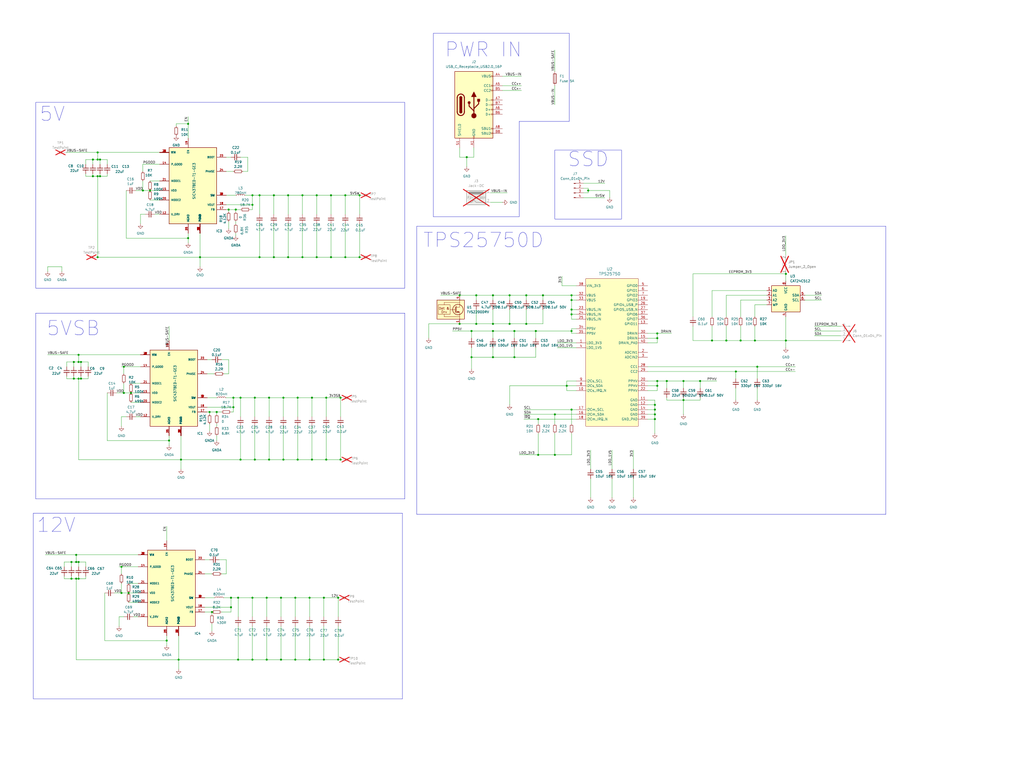
<source format=kicad_sch>
(kicad_sch (version 20250114) (generator "eeschema") (generator_version "9.0")
  (paper "User" 546.1 406.4)
  (lib_symbols
    (symbol "Connector:Conn_01x04_Pin" (pin_names (offset 1.016) (hide yes))
      (property "Reference" "J" (at 0 5.08 0))
      (property "Value" "Conn_01x04_Pin" (at 0 -7.62 0))
      (symbol "Conn_01x04_Pin_1_1"
        (pin passive line (at 5.08 2.54 180) (length 3.81) (name "Pin_1") (number "1"))
        (pin passive line (at 5.08 0 180) (length 3.81) (name "Pin_2") (number "2"))
        (pin passive line (at 5.08 -2.54 180) (length 3.81) (name "Pin_3") (number "3"))
        (pin passive line (at 5.08 -5.08 180) (length 3.81) (name "Pin_4") (number "4"))
      )
    )
    (symbol "Connector:Jack-DC" (pin_names (offset 1.016))
      (property "Reference" "J" (at 0 5.334 0))
      (property "Value" "Jack-DC" (at 0 -5.08 0))
      (symbol "Jack-DC_1_1"
        (pin passive line (at 7.62 2.54 180) (length 2.54) (name "~") (number "1"))
        (pin passive line (at 7.62 -2.54 180) (length 2.54) (name "~") (number "2"))
      )
    )
    (symbol "Connector:TestPoint" (pin_numbers (hide yes)) (pin_names (offset 0.762) (hide yes))
      (property "Reference" "TP" (at 0 6.858 0))
      (property "Value" "TestPoint" (at 0 5.08 0))
      (symbol "TestPoint_1_1"
        (pin passive line (at 0 0 90) (length 2.54) (name "1") (number "1"))
      )
    )
    (symbol "Connector:USB_C_Receptacle_USB2.0_16P" (pin_names (offset 1.016))
      (property "Reference" "J" (at 0 22.225 0))
      (property "Value" "USB_C_Receptacle_USB2.0_16P" (at 0 19.685 0))
      (symbol "USB_C_Receptacle_USB2.0_16P_1_1"
        (pin passive line (at -7.62 -22.86 90) (length 5.08) (name "SHIELD") (number "S1"))
        (pin passive line (at 0 -22.86 90) (length 5.08) (name "GND") (number "A1"))
        (pin passive line (at 0 -22.86 90) (length 5.08) (hide yes) (name "GND") (number "A12"))
        (pin passive line (at 0 -22.86 90) (length 5.08) (hide yes) (name "GND") (number "B1"))
        (pin passive line (at 0 -22.86 90) (length 5.08) (hide yes) (name "GND") (number "B12"))
        (pin passive line (at 15.24 15.24 180) (length 5.08) (name "VBUS") (number "A4"))
        (pin passive line (at 15.24 15.24 180) (length 5.08) (hide yes) (name "VBUS") (number "A9"))
        (pin passive line (at 15.24 15.24 180) (length 5.08) (hide yes) (name "VBUS") (number "B4"))
        (pin passive line (at 15.24 15.24 180) (length 5.08) (hide yes) (name "VBUS") (number "B9"))
        (pin bidirectional line (at 15.24 10.16 180) (length 5.08) (name "CC1") (number "A5"))
        (pin bidirectional line (at 15.24 7.62 180) (length 5.08) (name "CC2") (number "B5"))
        (pin bidirectional line (at 15.24 2.54 180) (length 5.08) (name "D-") (number "A7"))
        (pin bidirectional line (at 15.24 0 180) (length 5.08) (name "D-") (number "B7"))
        (pin bidirectional line (at 15.24 -2.54 180) (length 5.08) (name "D+") (number "A6"))
        (pin bidirectional line (at 15.24 -5.08 180) (length 5.08) (name "D+") (number "B6"))
        (pin bidirectional line (at 15.24 -12.7 180) (length 5.08) (name "SBU1") (number "A8"))
        (pin bidirectional line (at 15.24 -15.24 180) (length 5.08) (name "SBU2") (number "B8"))
      )
    )
    (symbol "Device:C_Small" (pin_numbers (hide yes)) (pin_names (offset 0.254) (hide yes))
      (property "Reference" "C" (at 0.254 1.778 0))
      (property "Value" "C_Small" (at 0.254 -2.032 0))
      (symbol "C_Small_1_1"
        (pin passive line (at 0 2.54 270) (length 2.032) (name "~") (number "1"))
        (pin passive line (at 0 -2.54 90) (length 2.032) (name "~") (number "2"))
      )
    )
    (symbol "Device:Fuse" (pin_numbers (hide yes)) (pin_names (offset 0))
      (property "Reference" "F" (at 2.032 0 90))
      (property "Value" "Fuse" (at -1.905 0 90))
      (symbol "Fuse_1_1"
        (pin passive line (at 0 3.81 270) (length 1.27) (name "~") (number "1"))
        (pin passive line (at 0 -3.81 90) (length 1.27) (name "~") (number "2"))
      )
    )
    (symbol "Device:L_Small" (pin_numbers (hide yes)) (pin_names (offset 0.254) (hide yes))
      (property "Reference" "L" (at 0.762 1.016 0))
      (property "Value" "L_Small" (at 0.762 -1.016 0))
      (symbol "L_Small_1_1"
        (pin passive line (at 0 2.54 270) (length 0.508) (name "~") (number "1"))
        (pin passive line (at 0 -2.54 90) (length 0.508) (name "~") (number "2"))
      )
    )
    (symbol "Device:R_Small" (pin_numbers (hide yes)) (pin_names (offset 0.254) (hide yes))
      (property "Reference" "R" (at 0.762 0.508 0))
      (property "Value" "R_Small" (at 0.762 -1.016 0))
      (symbol "R_Small_1_1"
        (pin passive line (at 0 2.54 270) (length 0.762) (name "~") (number "1"))
        (pin passive line (at 0 -2.54 90) (length 0.762) (name "~") (number "2"))
      )
    )
    (symbol "GND_1" (power) (pin_numbers (hide yes)) (pin_names (offset 0) (hide yes))
      (property "Value" "GND" (at 0 -3.81 0))
      (symbol "GND_1_1_1"
        (pin power_in line (at 0 0 270) (length 0) (name "~") (number "1"))
      )
    )
    (symbol "GND_10" (power) (pin_numbers (hide yes)) (pin_names (offset 0) (hide yes))
      (property "Value" "GND" (at 0 -3.81 0))
      (symbol "GND_10_1_1"
        (pin power_in line (at 0 0 270) (length 0) (name "~") (number "1"))
      )
    )
    (symbol "GND_11" (power) (pin_numbers (hide yes)) (pin_names (offset 0) (hide yes))
      (property "Value" "GND" (at 0 -3.81 0))
      (symbol "GND_11_1_1"
        (pin power_in line (at 0 0 270) (length 0) (name "~") (number "1"))
      )
    )
    (symbol "GND_12" (power) (pin_numbers (hide yes)) (pin_names (offset 0) (hide yes))
      (property "Value" "GND" (at 0 -3.81 0))
      (symbol "GND_12_1_1"
        (pin power_in line (at 0 0 270) (length 0) (name "~") (number "1"))
      )
    )
    (symbol "GND_14" (power) (pin_numbers (hide yes)) (pin_names (offset 0) (hide yes))
      (property "Value" "GND" (at 0 -3.81 0))
      (symbol "GND_14_1_1"
        (pin power_in line (at 0 0 270) (length 0) (name "~") (number "1"))
      )
    )
    (symbol "GND_15" (power) (pin_numbers (hide yes)) (pin_names (offset 0) (hide yes))
      (property "Value" "GND" (at 0 -3.81 0))
      (symbol "GND_15_1_1"
        (pin power_in line (at 0 0 270) (length 0) (name "~") (number "1"))
      )
    )
    (symbol "GND_16" (power) (pin_numbers (hide yes)) (pin_names (offset 0) (hide yes))
      (property "Value" "GND" (at 0 -3.81 0))
      (symbol "GND_16_1_1"
        (pin power_in line (at 0 0 270) (length 0) (name "~") (number "1"))
      )
    )
    (symbol "GND_2" (power) (pin_numbers (hide yes)) (pin_names (offset 0) (hide yes))
      (property "Value" "GND" (at 0 -3.81 0))
      (symbol "GND_2_1_1"
        (pin power_in line (at 0 0 270) (length 0) (name "~") (number "1"))
      )
    )
    (symbol "GND_3" (power) (pin_numbers (hide yes)) (pin_names (offset 0) (hide yes))
      (property "Value" "GND" (at 0 -3.81 0))
      (symbol "GND_3_1_1"
        (pin power_in line (at 0 0 270) (length 0) (name "~") (number "1"))
      )
    )
    (symbol "GND_4" (power) (pin_numbers (hide yes)) (pin_names (offset 0) (hide yes))
      (property "Value" "GND" (at 0 -3.81 0))
      (symbol "GND_4_1_1"
        (pin power_in line (at 0 0 270) (length 0) (name "~") (number "1"))
      )
    )
    (symbol "GND_6" (power) (pin_numbers (hide yes)) (pin_names (offset 0) (hide yes))
      (property "Value" "GND" (at 0 -3.81 0))
      (symbol "GND_6_1_1"
        (pin power_in line (at 0 0 270) (length 0) (name "~") (number "1"))
      )
    )
    (symbol "GND_7" (power) (pin_numbers (hide yes)) (pin_names (offset 0) (hide yes))
      (property "Value" "GND" (at 0 -3.81 0))
      (symbol "GND_7_1_1"
        (pin power_in line (at 0 0 270) (length 0) (name "~") (number "1"))
      )
    )
    (symbol "GND_8" (power) (pin_numbers (hide yes)) (pin_names (offset 0) (hide yes))
      (property "Value" "GND" (at 0 -3.81 0))
      (symbol "GND_8_1_1"
        (pin power_in line (at 0 0 270) (length 0) (name "~") (number "1"))
      )
    )
    (symbol "GND_9" (power) (pin_numbers (hide yes)) (pin_names (offset 0) (hide yes))
      (property "Value" "GND" (at 0 -3.81 0))
      (symbol "GND_9_1_1"
        (pin power_in line (at 0 0 270) (length 0) (name "~") (number "1"))
      )
    )
    (symbol "Jumper:Jumper_2_Open" (pin_names (offset 0) (hide yes))
      (property "Reference" "JP" (at 0 2.794 0))
      (property "Value" "Jumper_2_Open" (at 0 -2.286 0))
      (symbol "Jumper_2_Open_1_1"
        (pin passive line (at -5.08 0 0) (length 2.54) (name "A") (number "1"))
        (pin passive line (at 5.08 0 180) (length 2.54) (name "B") (number "2"))
      )
    )
    (symbol "Memory_EEPROM:CAT24C512"
      (property "Reference" "U4" (at 2.1941 10.16 0))
      (property "Value" "CAT24C512" (at 2.1941 7.62 0))
      (symbol "CAT24C512_1_1"
        (pin input line (at -10.16 2.54 0) (length 2.54) (name "A0") (number "1"))
        (pin input line (at -10.16 0 0) (length 2.54) (name "A1") (number "2"))
        (pin input line (at -10.16 -2.54 0) (length 2.54) (name "A2") (number "3"))
        (pin input line (at -10.16 -5.08 0) (length 2.54) (name "WP") (number "7"))
        (pin power_in line (at 0 7.62 270) (length 2.54) (name "VCC") (number "8"))
        (pin power_in line (at 0 -11.43 90) (length 2.54) (name "GND") (number "4"))
        (pin bidirectional line (at 10.16 0 180) (length 2.54) (name "SDA") (number "5"))
        (pin input line (at 10.16 -2.54 180) (length 2.54) (name "SCL") (number "6"))
      )
    )
    (symbol "Power_Protection:TVS2200DRV" (pin_names (offset 0) (hide yes))
      (property "Reference" "U" (at 2.54 1.27 0))
      (property "Value" "TVS2200DRV" (at 2.54 -1.27 0))
      (symbol "TVS2200DRV_0_0"
        (text "Det &" (at -8.255 0.635 0) (effects (font (size 1.27 1.27))))
        (text "Drv" (at -8.255 -1.27 0) (effects (font (size 1.27 1.27))))
      )
      (symbol "TVS2200DRV_1_1"
        (pin passive line (at 0 7.62 270) (length 2.54) (name "IN") (number "4"))
        (pin passive line (at 0 7.62 270) (length 2.54) (hide yes) (name "IN") (number "5"))
        (pin passive line (at 0 7.62 270) (length 2.54) (hide yes) (name "IN") (number "6"))
        (pin power_in line (at 0 -7.62 90) (length 2.54) (name "GND") (number "1"))
        (pin passive line (at 0 -7.62 90) (length 2.54) (hide yes) (name "GND") (number "2"))
        (pin passive line (at 0 -7.62 90) (length 2.54) (hide yes) (name "GND") (number "3"))
        (pin passive line (at 0 -7.62 90) (length 2.54) (hide yes) (name "GND") (number "7"))
      )
    )
    (symbol "SIC437BED-T1-GE3_1" (pin_names (offset 1.016))
      (property "Reference" "IC1" (at 31.75 -41.91 0))
      (property "Value" "SIC437BED-T1-GE3" (at 18.415 -15.24 90))
      (symbol "SIC437BED-T1-GE3_1_0_0"
        (pin bidirectional line (at 0 0 0) (length 5.08) (name "VIN") (number "1"))
        (pin bidirectional line (at 0 0 0) (length 5.08) (name "VIN") (number "2"))
        (pin bidirectional line (at 0 0 0) (length 5.08) (name "VIN") (number "22"))
        (pin bidirectional line (at 0 0 0) (length 5.08) (name "VIN") (number "26"))
        (pin bidirectional line (at 0 -6.35 0) (length 5.08) (name "P_GOOD") (number "14"))
        (pin bidirectional line (at 0 -15.24 0) (length 5.08) (name "MODE1") (number "21"))
        (pin bidirectional line (at 0 -20.32 0) (length 5.08) (name "VDD") (number "15"))
        (pin bidirectional line (at 0 -25.4 0) (length 5.08) (name "MODE2") (number "20"))
        (pin bidirectional line (at 0 -33.02 0) (length 5.08) (name "V_DRV") (number "12"))
        (pin bidirectional line (at 15.24 7.62 270) (length 5.08) (name "EN") (number "19"))
        (pin bidirectional line (at 15.24 -43.18 90) (length 5.08) (name "AGND") (number "16"))
        (pin bidirectional line (at 15.24 -43.18 90) (length 5.08) (name "AGND") (number "25"))
        (pin bidirectional line (at 21.59 -43.18 90) (length 5.08) (name "PGND") (number "13"))
        (pin bidirectional line (at 21.59 -43.18 90) (length 5.08) (name "PGND") (number "27"))
        (pin bidirectional line (at 21.59 -43.18 90) (length 5.08) (name "PGND") (number "29"))
        (pin bidirectional line (at 21.59 -43.18 90) (length 5.08) (name "PGND") (number "3"))
        (pin bidirectional line (at 21.59 -43.18 90) (length 5.08) (name "PGND") (number "4"))
        (pin bidirectional line (at 35.56 -2.54 180) (length 5.08) (name "BOOT") (number "23"))
        (pin bidirectional line (at 35.56 -10.16 180) (length 5.08) (name "PHASE") (number "24"))
        (pin bidirectional line (at 35.56 -22.86 180) (length 5.08) (name "SW") (number "30"))
        (pin bidirectional line (at 35.56 -22.86 180) (length 5.08) (name "SW") (number "5"))
        (pin bidirectional line (at 35.56 -22.86 180) (length 5.08) (name "SW") (number "6"))
        (pin bidirectional line (at 35.56 -22.86 180) (length 5.08) (name "SW") (number "7"))
        (pin bidirectional line (at 35.56 -22.86 180) (length 5.08) (name "SW") (number "8"))
        (pin bidirectional line (at 35.56 -22.86 180) (length 5.08) (name "SW") (number "9"))
        (pin bidirectional line (at 35.56 -27.94 180) (length 5.08) (name "VOUT") (number "18"))
        (pin bidirectional line (at 35.56 -30.48 180) (length 5.08) (name "FB") (number "17"))
      )
    )
    (symbol "SIC437BED-T1-GE3_4" (pin_names (offset 1.016))
      (property "Reference" "IC2" (at 31.75 -41.91 0))
      (property "Value" "SIC437BED-T1-GE3" (at 18.415 -15.24 90))
      (symbol "SIC437BED-T1-GE3_4_0_0"
        (pin bidirectional line (at 0 0 0) (length 5.08) (name "VIN") (number "1"))
        (pin bidirectional line (at 0 0 0) (length 5.08) (name "VIN") (number "2"))
        (pin bidirectional line (at 0 0 0) (length 5.08) (name "VIN") (number "22"))
        (pin bidirectional line (at 0 0 0) (length 5.08) (name "VIN") (number "26"))
        (pin bidirectional line (at 0 -6.35 0) (length 5.08) (name "P_GOOD") (number "14"))
        (pin bidirectional line (at 0 -15.24 0) (length 5.08) (name "MODE1") (number "21"))
        (pin bidirectional line (at 0 -20.32 0) (length 5.08) (name "VDD") (number "15"))
        (pin bidirectional line (at 0 -25.4 0) (length 5.08) (name "MODE2") (number "20"))
        (pin bidirectional line (at 0 -33.02 0) (length 5.08) (name "V_DRV") (number "12"))
        (pin bidirectional line (at 15.24 7.62 270) (length 5.08) (name "EN") (number "19"))
        (pin bidirectional line (at 15.24 -43.18 90) (length 5.08) (name "AGND") (number "16"))
        (pin bidirectional line (at 15.24 -43.18 90) (length 5.08) (name "AGND") (number "25"))
        (pin bidirectional line (at 21.59 -43.18 90) (length 5.08) (name "PGND") (number "13"))
        (pin bidirectional line (at 21.59 -43.18 90) (length 5.08) (name "PGND") (number "27"))
        (pin bidirectional line (at 21.59 -43.18 90) (length 5.08) (name "PGND") (number "29"))
        (pin bidirectional line (at 21.59 -43.18 90) (length 5.08) (name "PGND") (number "3"))
        (pin bidirectional line (at 21.59 -43.18 90) (length 5.08) (name "PGND") (number "4"))
        (pin bidirectional line (at 35.56 -2.54 180) (length 5.08) (name "BOOT") (number "23"))
        (pin bidirectional line (at 35.56 -10.16 180) (length 5.08) (name "PHASE") (number "24"))
        (pin bidirectional line (at 35.56 -22.86 180) (length 5.08) (name "SW") (number "30"))
        (pin bidirectional line (at 35.56 -22.86 180) (length 5.08) (name "SW") (number "5"))
        (pin bidirectional line (at 35.56 -22.86 180) (length 5.08) (name "SW") (number "6"))
        (pin bidirectional line (at 35.56 -22.86 180) (length 5.08) (name "SW") (number "7"))
        (pin bidirectional line (at 35.56 -22.86 180) (length 5.08) (name "SW") (number "8"))
        (pin bidirectional line (at 35.56 -22.86 180) (length 5.08) (name "SW") (number "9"))
        (pin bidirectional line (at 35.56 -27.94 180) (length 5.08) (name "VOUT") (number "18"))
        (pin bidirectional line (at 35.56 -30.48 180) (length 5.08) (name "FB") (number "17"))
      )
    )
    (symbol "TPS25750D:PTPS25750DRJKT" (pin_names (offset 0.254))
      (property "Reference" "U" (at 0 10.16 0))
      (property "Value" "PTPS25750DRJKT" (at 0.254 7.112 0))
      (symbol "PTPS25750DRJKT_0_1"
        (pin power_in line (at 0 0 0) (length 5.08) (name "VIN_3V3") (number "38"))
        (pin power_in line (at 0 -5.08 0) (length 5.08) (name "VBUS") (number "32"))
        (pin power_in line (at 0 -7.62 0) (length 5.08) (name "VBUS") (number "33"))
        (pin power_in line (at 0 -12.7 0) (length 5.08) (name "VBUS_IN") (number "23"))
        (pin power_in line (at 0 -15.24 0) (length 5.08) (name "VBUS_IN") (number "24"))
        (pin power_in line (at 0 -17.78 0) (length 5.08) (name "VBUS_IN") (number "25"))
        (pin power_in line (at 0 -22.86 0) (length 5.08) (name "PP5V") (number "34"))
        (pin power_in line (at 0 -25.4 0) (length 5.08) (name "PP5V") (number "35"))
        (pin unspecified line (at 0 -30.48 0) (length 5.08) (name "LDO_3V3") (number "1"))
        (pin unspecified line (at 0 -33.02 0) (length 5.08) (name "LDO_1V5") (number "4"))
        (pin input line (at 0 -50.8 0) (length 5.08) (name "I2Cs_SCL") (number "9"))
        (pin bidirectional line (at 0 -53.34 0) (length 5.08) (name "I2Cs_SDA") (number "8"))
        (pin output line (at 0 -55.88 0) (length 5.08) (name "I2Cs_IRQ_N") (number "10"))
        (pin output line (at 0 -66.04 0) (length 5.08) (name "I2Cm_SCL") (number "17"))
        (pin bidirectional line (at 0 -68.58 0) (length 5.08) (name "I2Cm_SDA") (number "16"))
        (pin input line (at 0 -71.12 0) (length 5.08) (name "I2Cm_IRQ_N") (number "18"))
        (pin bidirectional line (at 38.1 0 180) (length 5.08) (name "GPIO0") (number "5"))
        (pin bidirectional line (at 38.1 -2.54 180) (length 5.08) (name "GPIO1") (number "6"))
        (pin bidirectional line (at 38.1 -5.08 180) (length 5.08) (name "GPIO2") (number "7"))
        (pin bidirectional line (at 38.1 -7.62 180) (length 5.08) (name "GPIO3") (number "19"))
        (pin bidirectional line (at 38.1 -10.16 180) (length 5.08) (name "GPIO4_USB_P") (number "26"))
        (pin bidirectional line (at 38.1 -12.7 180) (length 5.08) (name "GPIO5_USB_N") (number "27"))
        (pin bidirectional line (at 38.1 -15.24 180) (length 5.08) (name "GPIO6") (number "37"))
        (pin bidirectional line (at 38.1 -17.78 180) (length 5.08) (name "GPIO7") (number "36"))
        (pin bidirectional line (at 38.1 -20.32 180) (length 5.08) (name "GPIO11") (number "13"))
        (pin unspecified line (at 38.1 -25.4 180) (length 5.08) (name "DRAIN") (number "30"))
        (pin unspecified line (at 38.1 -27.94 180) (length 5.08) (name "DRAIN") (number "15"))
        (pin unspecified line (at 38.1 -30.48 180) (length 5.08) (name "DRAIN_PAD") (number "40"))
        (pin unspecified line (at 38.1 -35.56 180) (length 5.08) (name "ADCIN1") (number "2"))
        (pin unspecified line (at 38.1 -38.1 180) (length 5.08) (name "ADCIN2") (number "3"))
        (pin unspecified line (at 38.1 -43.18 180) (length 5.08) (name "CC1") (number "28"))
        (pin unspecified line (at 38.1 -45.72 180) (length 5.08) (name "CC2") (number "29"))
        (pin unspecified line (at 38.1 -50.8 180) (length 5.08) (name "PPHV") (number "20"))
        (pin unspecified line (at 38.1 -53.34 180) (length 5.08) (name "PPHV") (number "21"))
        (pin unspecified line (at 38.1 -55.88 180) (length 5.08) (name "PPHV") (number "22"))
        (pin power_in line (at 38.1 -60.96 180) (length 5.08) (name "GND") (number "11"))
        (pin power_in line (at 38.1 -63.5 180) (length 5.08) (name "GND") (number "12"))
        (pin power_in line (at 38.1 -66.04 180) (length 5.08) (name "GND") (number "14"))
        (pin power_in line (at 38.1 -68.58 180) (length 5.08) (name "GND") (number "31"))
        (pin power_in line (at 38.1 -71.12 180) (length 5.08) (name "GND_PAD") (number "39"))
      )
    )
    (symbol "power:GND" (power) (pin_names (offset 0))
      (property "Value" "GND" (at 0 -3.81 0))
      (symbol "GND_1_1"
        (pin power_in line (at 0 0 270) (length 0) (hide yes) (name "GND") (number "1"))
      )
    )
    (symbol "power:GNDA" (power) (pin_names (offset 0))
      (property "Value" "GNDA" (at 0 -3.81 0))
      (symbol "GNDA_1_1"
        (pin power_in line (at 0 0 270) (length 0) (hide yes) (name "GNDA") (number "1"))
      )
    )
  )
  (rectangle (start 19.05 167.005) (end 215.9 266.065))
  (rectangle (start 17.78 273.685) (end 214.63 372.745))
  (rectangle (start 222.25 120.65) (end 472.44 274.32))
  (rectangle (start 19.05 54.61) (end 215.9 153.67))
  (rectangle (start 295.91 80.01) (end 331.47 116.84))
  (text "PWR IN" (at 257.81 26.67 0) (effects (font (size 7.62 7.62))))
  (text "12V" (at 29.972 280.162 0) (effects (font (size 7.62 7.62))))
  (text "5V" (at 27.94 60.96 0) (effects (font (size 7.62 7.62))))
  (text "5VSB" (at 39.116 175.26 0) (effects (font (size 7.62 7.62))))
  (text "SSD" (at 313.69 85.09 0) (effects (font (size 7.62 7.62))))
  (text "TPS25750D" (at 257.81 128.27 0) (effects (font (size 7.62 7.62))))
  (junction (at 271.78 157.48))
  (junction (at 125.73 111.76))
  (junction (at 165.1 318.77))
  (junction (at 350.52 180.34))
  (junction (at 262.89 190.5))
  (junction (at 95.25 351.79))
  (junction (at 69.85 209.55))
  (junction (at 128.27 212.09))
  (junction (at 39.37 193.04))
  (junction (at 304.8 218.44))
  (junction (at 146.05 137.16))
  (junction (at 289.56 157.48))
  (junction (at 313.69 101.6))
  (junction (at 41.91 299.72))
  (junction (at 100.33 127))
  (junction (at 124.46 217.17))
  (junction (at 180.34 318.77))
  (junction (at 161.29 104.14))
  (junction (at 254 157.48))
  (junction (at 184.15 104.14))
  (junction (at 100.33 66.04))
  (junction (at 134.62 351.79))
  (junction (at 53.34 85.09))
  (junction (at 304.8 167.64))
  (junction (at 166.37 212.09))
  (junction (at 80.01 101.6))
  (junction (at 66.04 209.55))
  (junction (at 172.72 318.77))
  (junction (at 49.53 93.98))
  (junction (at 350.52 203.2))
  (junction (at 90.17 234.95))
  (junction (at 143.51 245.11))
  (junction (at 134.62 318.77))
  (junction (at 134.62 109.22))
  (junction (at 191.77 104.14))
  (junction (at 38.1 299.72))
  (junction (at 115.57 219.71))
  (junction (at 419.1 181.61))
  (junction (at 113.03 326.39))
  (junction (at 151.13 212.09))
  (junction (at 88.9 341.63))
  (junction (at 153.67 104.14))
  (junction (at 181.61 245.11))
  (junction (at 262.89 172.72))
  (junction (at 39.37 201.93))
  (junction (at 64.77 302.26))
  (junction (at 165.1 351.79))
  (junction (at 96.52 245.11))
  (junction (at 262.89 157.48))
  (junction (at 121.92 111.76))
  (junction (at 304.8 157.48))
  (junction (at 157.48 351.79))
  (junction (at 285.75 176.53))
  (junction (at 251.46 176.53))
  (junction (at 181.61 212.09))
  (junction (at 295.91 220.98))
  (junction (at 134.62 104.14))
  (junction (at 271.78 172.72))
  (junction (at 349.25 215.9))
  (junction (at 379.73 181.61))
  (junction (at 168.91 137.16))
  (junction (at 387.35 181.61))
  (junction (at 68.58 316.23))
  (junction (at 173.99 212.09))
  (junction (at 403.86 195.58))
  (junction (at 41.91 308.61))
  (junction (at 394.97 181.61))
  (junction (at 349.25 223.52))
  (junction (at 168.91 104.14))
  (junction (at 349.25 218.44))
  (junction (at 349.25 220.98))
  (junction (at 135.89 212.09))
  (junction (at 274.32 190.5))
  (junction (at 52.07 85.09))
  (junction (at 180.34 351.79))
  (junction (at 191.77 137.16))
  (junction (at 143.51 212.09))
  (junction (at 66.04 195.58))
  (junction (at 248.92 83.82))
  (junction (at 142.24 351.79))
  (junction (at 52.07 81.28))
  (junction (at 173.99 245.11))
  (junction (at 251.46 190.5))
  (junction (at 123.19 323.85))
  (junction (at 128.27 245.11))
  (junction (at 350.52 177.8))
  (junction (at 419.1 146.05))
  (junction (at 350.52 205.74))
  (junction (at 295.91 242.57))
  (junction (at 40.64 295.91))
  (junction (at 123.19 318.77))
  (junction (at 43.18 193.04))
  (junction (at 111.76 219.71))
  (junction (at 355.6 203.2))
  (junction (at 76.2 101.6))
  (junction (at 280.67 157.48))
  (junction (at 41.91 193.04))
  (junction (at 40.64 299.72))
  (junction (at 161.29 137.16))
  (junction (at 41.91 189.23))
  (junction (at 41.91 201.93))
  (junction (at 245.11 157.48))
  (junction (at 302.26 205.74))
  (junction (at 127 351.79))
  (junction (at 304.8 160.02))
  (junction (at 184.15 137.16))
  (junction (at 304.8 165.1))
  (junction (at 262.89 176.53))
  (junction (at 392.43 198.12))
  (junction (at 373.38 203.2))
  (junction (at 176.53 104.14))
  (junction (at 274.32 176.53))
  (junction (at 287.02 223.52))
  (junction (at 40.64 308.61))
  (junction (at 135.89 245.11))
  (junction (at 280.67 172.72))
  (junction (at 38.1 308.61))
  (junction (at 106.68 137.16))
  (junction (at 52.07 93.98))
  (junction (at 151.13 245.11))
  (junction (at 43.18 201.93))
  (junction (at 157.48 318.77))
  (junction (at 64.77 316.23))
  (junction (at 304.8 176.53))
  (junction (at 49.53 85.09))
  (junction (at 149.86 318.77))
  (junction (at 172.72 351.79))
  (junction (at 138.43 104.14))
  (junction (at 176.53 137.16))
  (junction (at 166.37 245.11))
  (junction (at 158.75 245.11))
  (junction (at 53.34 93.98))
  (junction (at 158.75 212.09))
  (junction (at 127 318.77))
  (junction (at 146.05 104.14))
  (junction (at 149.86 351.79))
  (junction (at 287.02 242.57))
  (junction (at 254 172.72))
  (junction (at 402.59 181.61))
  (junction (at 364.49 213.36))
  (junction (at 52.07 137.16))
  (junction (at 124.46 212.09))
  (junction (at 364.49 203.2))
  (junction (at 153.67 137.16))
  (junction (at 138.43 137.16))
  (junction (at 245.11 172.72))
  (junction (at 142.24 318.77))
  (bus_entry (at -39.37 290.83) (size 2.54 2.54))
  (wire (pts (xy 285.75 176.53) (xy 274.32 176.53)))
  (wire (pts (xy 369.57 181.61) (xy 379.73 181.61)))
  (wire (pts (xy 135.89 212.09) (xy 143.51 212.09)))
  (wire (pts (xy 287.02 231.14) (xy 287.02 242.57)))
  (wire (pts (xy 118.11 326.39) (xy 123.19 326.39)))
  (wire (pts (xy 419.1 181.61) (xy 448.31 181.61)))
  (wire (pts (xy 326.39 255.27) (xy 326.39 265.43)))
  (wire (pts (xy 180.34 334.01) (xy 180.34 351.79)))
  (wire (pts (xy 304.8 157.48) (xy 307.34 157.48)))
  (wire (pts (xy 279.4 220.98) (xy 295.91 220.98)))
  (wire (pts (xy 100.33 127) (xy 100.33 124.46)))
  (wire (pts (xy 173.99 212.09) (xy 181.61 212.09)))
  (wire (pts (xy 337.82 240.03) (xy 337.82 250.19)))
  (wire (pts (xy 311.15 105.41) (xy 322.58 105.41)))
  (wire (pts (xy 120.65 83.82) (xy 123.19 83.82)))
  (wire (pts (xy 41.91 302.26) (xy 41.91 299.72)))
  (wire (pts (xy 369.57 146.05) (xy 369.57 168.91)))
  (wire (pts (xy 251.46 185.42) (xy 251.46 190.5)))
  (wire (pts (xy 67.31 101.6) (xy 67.31 127)))
  (wire (pts (xy 52.07 81.28) (xy 85.09 81.28)))
  (wire (pts (xy 143.51 212.09) (xy 151.13 212.09)))
  (wire (pts (xy 262.89 157.48) (xy 271.78 157.48)))
  (wire (pts (xy 161.29 137.16) (xy 168.91 137.16)))
  (wire (pts (xy 118.11 191.77) (xy 121.92 191.77)))
  (wire (pts (xy 304.8 218.44) (xy 304.8 226.06)))
  (wire (pts (xy 172.72 351.79) (xy 180.34 351.79)))
  (wire (pts (xy 123.19 318.77) (xy 127 318.77)))
  (wire (pts (xy 262.89 157.48) (xy 262.89 160.02)))
  (wire (pts (xy 251.46 176.53) (xy 251.46 180.34)))
  (wire (pts (xy 394.97 173.99) (xy 394.97 181.61)))
  (polyline (pts (xy 276.86 64.77) (xy 276.86 115.57)))
  (wire (pts (xy 166.37 222.25) (xy 166.37 212.09)))
  (wire (pts (xy 364.49 212.09) (xy 364.49 213.36)))
  (wire (pts (xy 109.22 326.39) (xy 113.03 326.39)))
  (wire (pts (xy 71.12 328.93) (xy 73.66 328.93)))
  (wire (pts (xy 96.52 245.11) (xy 128.27 245.11)))
  (wire (pts (xy 168.91 104.14) (xy 176.53 104.14)))
  (wire (pts (xy 41.91 193.04) (xy 43.18 193.04)))
  (wire (pts (xy 295.91 38.1) (xy 295.91 26.67)))
  (wire (pts (xy 40.64 308.61) (xy 41.91 308.61)))
  (wire (pts (xy 173.99 245.11) (xy 181.61 245.11)))
  (wire (pts (xy 173.99 227.33) (xy 173.99 245.11)))
  (wire (pts (xy 90.17 173.99) (xy 90.17 181.61)))
  (wire (pts (xy 127 318.77) (xy 134.62 318.77)))
  (wire (pts (xy 285.75 176.53) (xy 285.75 180.34)))
  (wire (pts (xy 349.25 215.9) (xy 349.25 218.44)))
  (wire (pts (xy 168.91 119.38) (xy 168.91 137.16)))
  (wire (pts (xy 69.85 209.55) (xy 74.93 209.55)))
  (wire (pts (xy 373.38 203.2) (xy 382.27 203.2)))
  (wire (pts (xy 52.07 137.16) (xy 106.68 137.16)))
  (wire (pts (xy 41.91 201.93) (xy 41.91 245.11)))
  (wire (pts (xy 125.73 113.03) (xy 125.73 111.76)))
  (wire (pts (xy 134.62 318.77) (xy 142.24 318.77)))
  (wire (pts (xy 134.62 334.01) (xy 134.62 351.79)))
  (wire (pts (xy 110.49 219.71) (xy 111.76 219.71)))
  (wire (pts (xy 165.1 334.01) (xy 165.1 351.79)))
  (wire (pts (xy 135.89 245.11) (xy 143.51 245.11)))
  (wire (pts (xy 279.4 223.52) (xy 287.02 223.52)))
  (wire (pts (xy 134.62 328.93) (xy 134.62 318.77)))
  (wire (pts (xy 168.91 114.3) (xy 168.91 104.14)))
  (wire (pts (xy 138.43 119.38) (xy 138.43 137.16)))
  (wire (pts (xy 41.91 189.23) (xy 41.91 193.04)))
  (wire (pts (xy 115.57 226.06) (xy 115.57 227.33)))
  (wire (pts (xy 68.58 316.23) (xy 73.66 316.23)))
  (wire (pts (xy 248.92 83.82) (xy 248.92 88.9)))
  (wire (pts (xy 402.59 173.99) (xy 402.59 181.61)))
  (wire (pts (xy 254 165.1) (xy 254 172.72)))
  (wire (pts (xy 66.04 195.58) (xy 74.93 195.58)))
  (wire (pts (xy 121.92 118.11) (xy 121.92 121.92)))
  (wire (pts (xy 392.43 198.12) (xy 424.18 198.12)))
  (wire (pts (xy 132.08 83.82) (xy 132.08 91.44)))
  (wire (pts (xy 64.77 311.15) (xy 64.77 316.23)))
  (wire (pts (xy 143.51 222.25) (xy 143.51 212.09)))
  (wire (pts (xy 349.25 218.44) (xy 349.25 220.98)))
  (wire (pts (xy 142.24 334.01) (xy 142.24 351.79)))
  (wire (pts (xy 40.64 308.61) (xy 40.64 351.79)))
  (wire (pts (xy 302.26 205.74) (xy 307.34 205.74)))
  (wire (pts (xy 138.43 104.14) (xy 146.05 104.14)))
  (wire (pts (xy 402.59 162.56) (xy 408.94 162.56)))
  (wire (pts (xy 120.65 91.44) (xy 124.46 91.44)))
  (wire (pts (xy 60.96 316.23) (xy 64.77 316.23)))
  (wire (pts (xy 115.57 219.71) (xy 115.57 220.98)))
  (wire (pts (xy 345.44 215.9) (xy 349.25 215.9)))
  (wire (pts (xy 46.99 201.93) (xy 46.99 200.66)))
  (wire (pts (xy 109.22 298.45) (xy 111.76 298.45)))
  (wire (pts (xy 157.48 334.01) (xy 157.48 351.79)))
  (wire (pts (xy 373.38 203.2) (xy 373.38 207.01)))
  (wire (pts (xy 307.34 170.18) (xy 304.8 170.18)))
  (wire (pts (xy 184.15 119.38) (xy 184.15 137.16)))
  (wire (pts (xy 364.49 203.2) (xy 373.38 203.2)))
  (wire (pts (xy 45.72 87.63) (xy 45.72 85.09)))
  (wire (pts (xy 241.3 176.53) (xy 251.46 176.53)))
  (wire (pts (xy 110.49 199.39) (xy 114.3 199.39)))
  (wire (pts (xy 34.29 299.72) (xy 38.1 299.72)))
  (wire (pts (xy 146.05 104.14) (xy 153.67 104.14)))
  (wire (pts (xy 35.56 200.66) (xy 35.56 201.93)))
  (wire (pts (xy 355.6 212.09) (xy 355.6 213.36)))
  (wire (pts (xy 172.72 318.77) (xy 180.34 318.77)))
  (wire (pts (xy 151.13 227.33) (xy 151.13 245.11)))
  (wire (pts (xy 49.53 93.98) (xy 52.07 93.98)))
  (wire (pts (xy 72.39 222.25) (xy 74.93 222.25)))
  (wire (pts (xy 429.26 160.02) (xy 438.15 160.02)))
  (wire (pts (xy 176.53 104.14) (xy 184.15 104.14)))
  (wire (pts (xy 34.29 308.61) (xy 38.1 308.61)))
  (wire (pts (xy 176.53 114.3) (xy 176.53 104.14)))
  (wire (pts (xy 45.72 299.72) (xy 45.72 302.26)))
  (wire (pts (xy 95.25 339.09) (xy 95.25 351.79)))
  (wire (pts (xy 49.53 87.63) (xy 49.53 85.09)))
  (wire (pts (xy 295.91 242.57) (xy 287.02 242.57)))
  (wire (pts (xy 153.67 114.3) (xy 153.67 104.14)))
  (wire (pts (xy 153.67 104.14) (xy 161.29 104.14)))
  (wire (pts (xy 63.5 302.26) (xy 64.77 302.26)))
  (wire (pts (xy 402.59 181.61) (xy 419.1 181.61)))
  (wire (pts (xy 274.32 185.42) (xy 274.32 190.5)))
  (wire (pts (xy 172.72 334.01) (xy 172.72 351.79)))
  (wire (pts (xy 125.73 118.11) (xy 125.73 119.38)))
  (wire (pts (xy 271.78 157.48) (xy 280.67 157.48)))
  (wire (pts (xy 128.27 212.09) (xy 135.89 212.09)))
  (wire (pts (xy 304.8 176.53) (xy 285.75 176.53)))
  (wire (pts (xy 142.24 351.79) (xy 149.86 351.79)))
  (wire (pts (xy 267.97 45.72) (xy 278.13 45.72)))
  (wire (pts (xy 57.15 209.55) (xy 57.15 234.95)))
  (wire (pts (xy 100.33 127) (xy 100.33 129.54)))
  (wire (pts (xy 350.52 177.8) (xy 350.52 180.34)))
  (wire (pts (xy 387.35 181.61) (xy 394.97 181.61)))
  (wire (pts (xy 72.39 101.6) (xy 76.2 101.6)))
  (wire (pts (xy 379.73 181.61) (xy 387.35 181.61)))
  (wire (pts (xy 106.68 137.16) (xy 106.68 142.24)))
  (wire (pts (xy 43.18 195.58) (xy 43.18 193.04)))
  (wire (pts (xy 251.46 190.5) (xy 262.89 190.5)))
  (wire (pts (xy 402.59 168.91) (xy 402.59 162.56)))
  (wire (pts (xy 364.49 213.36) (xy 355.6 213.36)))
  (wire (pts (xy 267.97 40.64) (xy 278.13 40.64)))
  (wire (pts (xy 369.57 173.99) (xy 369.57 181.61)))
  (wire (pts (xy 106.68 124.46) (xy 106.68 137.16)))
  (wire (pts (xy 100.33 66.04) (xy 100.33 73.66)))
  (wire (pts (xy 35.56 201.93) (xy 39.37 201.93)))
  (wire (pts (xy 38.1 302.26) (xy 38.1 299.72)))
  (wire (pts (xy 135.89 222.25) (xy 135.89 212.09)))
  (wire (pts (xy 166.37 227.33) (xy 166.37 245.11)))
  (wire (pts (xy 181.61 227.33) (xy 181.61 245.11)))
  (wire (pts (xy 364.49 213.36) (xy 364.49 220.98)))
  (wire (pts (xy 111.76 226.06) (xy 111.76 229.87)))
  (wire (pts (xy 274.32 190.5) (xy 285.75 190.5)))
  (wire (pts (xy 57.15 93.98) (xy 57.15 92.71)))
  (wire (pts (xy 135.89 227.33) (xy 135.89 245.11)))
  (wire (pts (xy 297.18 182.88) (xy 307.34 182.88)))
  (wire (pts (xy 184.15 104.14) (xy 191.77 104.14)))
  (wire (pts (xy 245.11 83.82) (xy 248.92 83.82)))
  (wire (pts (xy 280.67 157.48) (xy 280.67 160.02)))
  (wire (pts (xy 41.91 201.93) (xy 43.18 201.93)))
  (wire (pts (xy 165.1 318.77) (xy 172.72 318.77)))
  (wire (pts (xy 307.34 152.4) (xy 299.72 152.4)))
  (wire (pts (xy 96.52 245.11) (xy 96.52 250.19)))
  (wire (pts (xy 161.29 104.14) (xy 168.91 104.14)))
  (wire (pts (xy 115.57 232.41) (xy 115.57 234.95)))
  (wire (pts (xy 88.9 341.63) (xy 88.9 344.17)))
  (wire (pts (xy 64.77 302.26) (xy 64.77 306.07)))
  (wire (pts (xy 120.65 111.76) (xy 121.92 111.76)))
  (wire (pts (xy 115.57 219.71) (xy 118.11 219.71)))
  (wire (pts (xy 80.01 96.52) (xy 85.09 96.52)))
  (wire (pts (xy 80.01 101.6) (xy 85.09 101.6)))
  (wire (pts (xy 387.35 168.91) (xy 387.35 157.48)))
  (wire (pts (xy 82.55 114.3) (xy 85.09 114.3)))
  (wire (pts (xy 132.08 91.44) (xy 129.54 91.44)))
  (wire (pts (xy 110.49 217.17) (xy 124.46 217.17)))
  (wire (pts (xy 261.62 102.87) (xy 270.51 102.87)))
  (wire (pts (xy 69.85 214.63) (xy 74.93 214.63)))
  (wire (pts (xy 345.44 218.44) (xy 349.25 218.44)))
  (wire (pts (xy 345.44 205.74) (xy 350.52 205.74)))
  (wire (pts (xy 24.13 295.91) (xy 40.64 295.91)))
  (wire (pts (xy 419.1 146.05) (xy 369.57 146.05)))
  (wire (pts (xy 149.86 351.79) (xy 157.48 351.79)))
  (wire (pts (xy 434.34 179.07) (xy 448.31 179.07)))
  (wire (pts (xy 110.49 191.77) (xy 113.03 191.77)))
  (wire (pts (xy 100.33 66.04) (xy 93.98 66.04)))
  (wire (pts (xy 100.33 62.23) (xy 100.33 66.04)))
  (wire (pts (xy 403.86 207.01) (xy 403.86 213.36)))
  (wire (pts (xy 173.99 222.25) (xy 173.99 212.09)))
  (wire (pts (xy 127 351.79) (xy 134.62 351.79)))
  (wire (pts (xy 90.17 234.95) (xy 90.17 237.49)))
  (wire (pts (xy 25.4 144.78) (xy 25.4 142.24)))
  (wire (pts (xy 41.91 299.72) (xy 45.72 299.72)))
  (wire (pts (xy 57.15 234.95) (xy 90.17 234.95)))
  (wire (pts (xy 262.89 172.72) (xy 254 172.72)))
  (wire (pts (xy 355.6 203.2) (xy 355.6 207.01)))
  (wire (pts (xy 64.77 195.58) (xy 66.04 195.58)))
  (wire (pts (xy 40.64 351.79) (xy 95.25 351.79)))
  (wire (pts (xy 120.65 306.07) (xy 118.11 306.07)))
  (wire (pts (xy 325.12 105.41) (xy 325.12 101.6)))
  (wire (pts (xy 350.52 205.74) (xy 350.52 208.28)))
  (wire (pts (xy 45.72 308.61) (xy 45.72 307.34)))
  (wire (pts (xy 67.31 222.25) (xy 64.77 222.25)))
  (wire (pts (xy 55.88 316.23) (xy 55.88 341.63)))
  (wire (pts (xy 66.04 195.58) (xy 66.04 199.39)))
  (wire (pts (xy 419.1 149.86) (xy 419.1 146.05)))
  (wire (pts (xy 120.65 298.45) (xy 120.65 306.07)))
  (wire (pts (xy 262.89 176.53) (xy 251.46 176.53)))
  (wire (pts (xy 429.26 157.48) (xy 438.15 157.48)))
  (wire (pts (xy 66.04 209.55) (xy 69.85 209.55)))
  (wire (pts (xy 419.1 125.73) (xy 419.1 135.89)))
  (wire (pts (xy 408.94 160.02) (xy 394.97 160.02)))
  (wire (pts (xy 184.15 137.16) (xy 191.77 137.16)))
  (wire (pts (xy 302.26 203.2) (xy 302.26 205.74)))
  (wire (pts (xy 123.19 219.71) (xy 124.46 219.71)))
  (wire (pts (xy 307.34 175.26) (xy 304.8 175.26)))
  (wire (pts (xy 254 157.48) (xy 262.89 157.48)))
  (wire (pts (xy 121.92 111.76) (xy 121.92 113.03)))
  (wire (pts (xy 38.1 299.72) (xy 40.64 299.72)))
  (wire (pts (xy 45.72 92.71) (xy 45.72 93.98)))
  (wire (pts (xy 289.56 157.48) (xy 304.8 157.48)))
  (wire (pts (xy 113.03 332.74) (xy 113.03 336.55)))
  (wire (pts (xy 364.49 203.2) (xy 364.49 207.01)))
  (wire (pts (xy 120.65 212.09) (xy 124.46 212.09)))
  (wire (pts (xy 345.44 177.8) (xy 350.52 177.8)))
  (wire (pts (xy 392.43 207.01) (xy 392.43 213.36)))
  (wire (pts (xy 120.65 104.14) (xy 125.73 104.14)))
  (wire (pts (xy 274.32 176.53) (xy 274.32 180.34)))
  (wire (pts (xy 49.53 85.09) (xy 52.07 85.09)))
  (wire (pts (xy 161.29 119.38) (xy 161.29 137.16)))
  (wire (pts (xy 46.99 193.04) (xy 46.99 195.58)))
  (wire (pts (xy 350.52 177.8) (xy 358.14 177.8)))
  (wire (pts (xy 149.86 334.01) (xy 149.86 351.79)))
  (wire (pts (xy 408.94 154.94) (xy 379.73 154.94)))
  (wire (pts (xy 304.8 175.26) (xy 304.8 176.53)))
  (wire (pts (xy 289.56 172.72) (xy 280.67 172.72)))
  (wire (pts (xy 111.76 219.71) (xy 111.76 220.98)))
  (wire (pts (xy 403.86 195.58) (xy 424.18 195.58)))
  (wire (pts (xy 76.2 87.63) (xy 76.2 91.44)))
  (wire (pts (xy 379.73 173.99) (xy 379.73 181.61)))
  (wire (pts (xy 52.07 93.98) (xy 52.07 137.16)))
  (wire (pts (xy 149.86 328.93) (xy 149.86 318.77)))
  (wire (pts (xy 297.18 185.42) (xy 307.34 185.42)))
  (wire (pts (xy 245.11 172.72) (xy 228.6 172.72)))
  (wire (pts (xy 149.86 318.77) (xy 157.48 318.77)))
  (wire (pts (xy 304.8 218.44) (xy 307.34 218.44)))
  (wire (pts (xy 38.1 307.34) (xy 38.1 308.61)))
  (wire (pts (xy 111.76 219.71) (xy 115.57 219.71)))
  (wire (pts (xy 95.25 351.79) (xy 95.25 356.87)))
  (wire (pts (xy 121.92 199.39) (xy 119.38 199.39)))
  (wire (pts (xy 52.07 85.09) (xy 53.34 85.09)))
  (wire (pts (xy 271.78 157.48) (xy 271.78 160.02)))
  (wire (pts (xy 373.38 212.09) (xy 373.38 213.36)))
  (wire (pts (xy 181.61 222.25) (xy 181.61 212.09)))
  (wire (pts (xy 39.37 193.04) (xy 41.91 193.04)))
  (wire (pts (xy 304.8 170.18) (xy 304.8 167.64)))
  (wire (pts (xy 304.8 167.64) (xy 304.8 165.1)))
  (wire (pts (xy 151.13 212.09) (xy 158.75 212.09)))
  (wire (pts (xy 271.78 165.1) (xy 271.78 172.72)))
  (wire (pts (xy 295.91 220.98) (xy 307.34 220.98)))
  (wire (pts (xy 158.75 245.11) (xy 166.37 245.11)))
  (wire (pts (xy 39.37 195.58) (xy 39.37 193.04)))
  (wire (pts (xy 280.67 165.1) (xy 280.67 172.72)))
  (wire (pts (xy 285.75 190.5) (xy 285.75 185.42)))
  (wire (pts (xy 184.15 114.3) (xy 184.15 104.14)))
  (wire (pts (xy 234.95 157.48) (xy 245.11 157.48)))
  (wire (pts (xy 271.78 172.72) (xy 262.89 172.72)))
  (wire (pts (xy 349.25 220.98) (xy 345.44 220.98)))
  (wire (pts (xy 119.38 318.77) (xy 123.19 318.77)))
  (wire (pts (xy 295.91 55.88) (xy 295.91 45.72)))
  (wire (pts (xy 128.27 222.25) (xy 128.27 212.09)))
  (wire (pts (xy 134.62 109.22) (xy 134.62 111.76)))
  (wire (pts (xy 313.69 101.6) (xy 313.69 102.87)))
  (wire (pts (xy 262.89 185.42) (xy 262.89 190.5)))
  (wire (pts (xy 302.26 205.74) (xy 271.78 205.74)))
  (wire (pts (xy 109.22 318.77) (xy 114.3 318.77)))
  (wire (pts (xy 40.64 299.72) (xy 41.91 299.72)))
  (wire (pts (xy 394.97 181.61) (xy 402.59 181.61)))
  (wire (pts (xy 387.35 173.99) (xy 387.35 181.61)))
  (wire (pts (xy 304.8 167.64) (xy 307.34 167.64)))
  (wire (pts (xy 345.44 213.36) (xy 349.25 213.36)))
  (wire (pts (xy 88.9 280.67) (xy 88.9 288.29)))
  (wire (pts (xy 138.43 114.3) (xy 138.43 104.14)))
  (wire (pts (xy 345.44 223.52) (xy 349.25 223.52)))
  (wire (pts (xy 299.72 152.4) (xy 299.72 147.32)))
  (wire (pts (xy 165.1 328.93) (xy 165.1 318.77)))
  (wire (pts (xy 304.8 165.1) (xy 304.8 160.02)))
  (wire (pts (xy 66.04 204.47) (xy 66.04 209.55)))
  (wire (pts (xy 434.34 176.53) (xy 448.31 176.53)))
  (wire (pts (xy 52.07 81.28) (xy 52.07 85.09)))
  (wire (pts (xy 345.44 203.2) (xy 350.52 203.2)))
  (wire (pts (xy 142.24 328.93) (xy 142.24 318.77)))
  (wire (pts (xy 68.58 321.31) (xy 73.66 321.31)))
  (wire (pts (xy 134.62 104.14) (xy 138.43 104.14)))
  (wire (pts (xy 379.73 154.94) (xy 379.73 168.91)))
  (wire (pts (xy 133.35 111.76) (xy 134.62 111.76)))
  (wire (pts (xy 350.52 182.88) (xy 345.44 182.88)))
  (wire (pts (xy 43.18 200.66) (xy 43.18 201.93)))
  (wire (pts (xy 313.69 100.33) (xy 313.69 101.6)))
  (wire (pts (xy 158.75 212.09) (xy 166.37 212.09)))
  (polyline (pts (xy 303.53 17.78) (xy 231.14 17.78)))
  (wire (pts (xy 124.46 217.17) (xy 124.46 219.71)))
  (wire (pts (xy 248.92 83.82) (xy 252.73 83.82)))
  (wire (pts (xy 302.26 205.74) (xy 302.26 208.28)))
  (wire (pts (xy 45.72 85.09) (xy 49.53 85.09)))
  (wire (pts (xy 245.11 157.48) (xy 254 157.48)))
  (wire (pts (xy 419.1 181.61) (xy 419.1 168.91)))
  (wire (pts (xy 124.46 212.09) (xy 128.27 212.09)))
  (wire (pts (xy 127 334.01) (xy 127 351.79)))
  (wire (pts (xy 345.44 198.12) (xy 392.43 198.12)))
  (wire (pts (xy 403.86 195.58) (xy 403.86 201.93)))
  (wire (pts (xy 314.96 240.03) (xy 314.96 250.19)))
  (wire (pts (xy 350.52 203.2) (xy 355.6 203.2)))
  (wire (pts (xy 95.25 351.79) (xy 127 351.79)))
  (wire (pts (xy 64.77 316.23) (xy 68.58 316.23)))
  (wire (pts (xy 130.81 104.14) (xy 134.62 104.14)))
  (wire (pts (xy 419.1 181.61) (xy 419.1 185.42)))
  (wire (pts (xy 41.91 189.23) (xy 74.93 189.23)))
  (wire (pts (xy 43.18 201.93) (xy 46.99 201.93)))
  (wire (pts (xy 66.04 328.93) (xy 63.5 328.93)))
  (wire (pts (xy 40.64 295.91) (xy 40.64 299.72)))
  (wire (pts (xy 123.19 323.85) (xy 123.19 326.39)))
  (wire (pts (xy 304.8 177.8) (xy 307.34 177.8)))
  (wire (pts (xy 128.27 245.11) (xy 135.89 245.11)))
  (wire (pts (xy 153.67 119.38) (xy 153.67 137.16)))
  (wire (pts (xy 93.98 66.04) (xy 93.98 67.31)))
  (wire (pts (xy 350.52 180.34) (xy 350.52 182.88)))
  (wire (pts (xy 123.19 318.77) (xy 123.19 323.85)))
  (wire (pts (xy 295.91 231.14) (xy 295.91 242.57)))
  (wire (pts (xy 172.72 328.93) (xy 172.72 318.77)))
  (wire (pts (xy 25.4 142.24) (xy 33.02 142.24)))
  (wire (pts (xy 146.05 137.16) (xy 153.67 137.16)))
  (wire (pts (xy 69.85 204.47) (xy 74.93 204.47)))
  (wire (pts (xy 165.1 351.79) (xy 172.72 351.79)))
  (wire (pts (xy 168.91 137.16) (xy 176.53 137.16)))
  (wire (pts (xy 262.89 165.1) (xy 262.89 172.72)))
  (wire (pts (xy 325.12 101.6) (xy 313.69 101.6)))
  (wire (pts (xy 53.34 93.98) (xy 57.15 93.98)))
  (wire (pts (xy 161.29 114.3) (xy 161.29 104.14)))
  (wire (pts (xy 96.52 232.41) (xy 96.52 245.11)))
  (wire (pts (xy 125.73 124.46) (xy 125.73 125.73)))
  (wire (pts (xy 304.8 176.53) (xy 304.8 177.8)))
  (wire (pts (xy 153.67 137.16) (xy 161.29 137.16)))
  (wire (pts (xy 121.92 191.77) (xy 121.92 199.39)))
  (wire (pts (xy 49.53 92.71) (xy 49.53 93.98)))
  (wire (pts (xy 64.77 222.25) (xy 64.77 227.33)))
  (wire (pts (xy 304.8 242.57) (xy 295.91 242.57)))
  (wire (pts (xy 53.34 87.63) (xy 53.34 85.09)))
  (wire (pts (xy 125.73 111.76) (xy 128.27 111.76)))
  (wire (pts (xy 311.15 100.33) (xy 313.69 100.33)))
  (wire (pts (xy 67.31 127) (xy 100.33 127)))
  (wire (pts (xy 287.02 223.52) (xy 307.34 223.52)))
  (wire (pts (xy 43.18 193.04) (xy 46.99 193.04)))
  (wire (pts (xy 52.07 93.98) (xy 53.34 93.98)))
  (wire (pts (xy 314.96 255.27) (xy 314.96 265.43)))
  (wire (pts (xy 279.4 218.44) (xy 304.8 218.44)))
  (wire (pts (xy 176.53 119.38) (xy 176.53 137.16)))
  (wire (pts (xy 41.91 308.61) (xy 45.72 308.61)))
  (wire (pts (xy 304.8 160.02) (xy 307.34 160.02)))
  (wire (pts (xy 151.13 222.25) (xy 151.13 212.09)))
  (wire (pts (xy 157.48 351.79) (xy 165.1 351.79)))
  (wire (pts (xy 55.88 341.63) (xy 88.9 341.63)))
  (wire (pts (xy 394.97 160.02) (xy 394.97 168.91)))
  (wire (pts (xy 41.91 245.11) (xy 96.52 245.11)))
  (wire (pts (xy 143.51 227.33) (xy 143.51 245.11)))
  (wire (pts (xy 289.56 165.1) (xy 289.56 172.72)))
  (wire (pts (xy 157.48 318.77) (xy 165.1 318.77)))
  (wire (pts (xy 57.15 85.09) (xy 57.15 87.63)))
  (wire (pts (xy 106.68 137.16) (xy 138.43 137.16)))
  (wire (pts (xy 191.77 119.38) (xy 191.77 137.16)))
  (wire (pts (xy 387.35 157.48) (xy 408.94 157.48)))
  (wire (pts (xy 287.02 242.57) (xy 276.86 242.57)))
  (polyline (pts (xy 276.86 64.77) (xy 303.53 64.77)))
  (wire (pts (xy 142.24 318.77) (xy 149.86 318.77)))
  (wire (pts (xy 63.5 328.93) (xy 63.5 334.01)))
  (wire (pts (xy 124.46 212.09) (xy 124.46 217.17)))
  (wire (pts (xy 35.56 195.58) (xy 35.56 193.04)))
  (wire (pts (xy 392.43 198.12) (xy 392.43 201.93)))
  (wire (pts (xy 109.22 323.85) (xy 123.19 323.85)))
  (wire (pts (xy 113.03 326.39) (xy 113.03 327.66)))
  (wire (pts (xy 337.82 255.27) (xy 337.82 265.43)))
  (wire (pts (xy 349.25 220.98) (xy 349.25 223.52)))
  (polyline (pts (xy 231.14 115.57) (xy 276.86 115.57)))
  (wire (pts (xy 38.1 308.61) (xy 40.64 308.61)))
  (wire (pts (xy 302.26 208.28) (xy 307.34 208.28)))
  (wire (pts (xy 254 172.72) (xy 245.11 172.72)))
  (wire (pts (xy 254 157.48) (xy 254 160.02)))
  (wire (pts (xy 245.11 78.74) (xy 245.11 83.82)))
  (wire (pts (xy 267.97 48.26) (xy 278.13 48.26)))
  (wire (pts (xy 274.32 176.53) (xy 262.89 176.53)))
  (wire (pts (xy 143.51 245.11) (xy 151.13 245.11)))
  (wire (pts (xy 349.25 223.52) (xy 349.25 231.14)))
  (wire (pts (xy 261.62 107.95) (xy 267.97 107.95)))
  (wire (pts (xy 76.2 101.6) (xy 80.01 101.6)))
  (wire (pts (xy 176.53 137.16) (xy 184.15 137.16)))
  (wire (pts (xy 41.91 307.34) (xy 41.91 308.61)))
  (wire (pts (xy 53.34 85.09) (xy 57.15 85.09)))
  (wire (pts (xy 120.65 109.22) (xy 134.62 109.22)))
  (wire (pts (xy 304.8 231.14) (xy 304.8 242.57)))
  (wire (pts (xy 345.44 195.58) (xy 403.86 195.58)))
  (wire (pts (xy 311.15 97.79) (xy 322.58 97.79)))
  (wire (pts (xy 180.34 328.93) (xy 180.34 318.77)))
  (wire (pts (xy 76.2 96.52) (xy 76.2 101.6)))
  (wire (pts (xy 33.02 142.24) (xy 33.02 144.78)))
  (polyline (pts (xy 231.14 17.78) (xy 231.14 115.57)))
  (wire (pts (xy 326.39 240.03) (xy 326.39 250.19)))
  (wire (pts (xy 280.67 172.72) (xy 271.78 172.72)))
  (wire (pts (xy 134.62 104.14) (xy 134.62 109.22)))
  (wire (pts (xy 25.4 189.23) (xy 41.91 189.23)))
  (wire (pts (xy 271.78 205.74) (xy 271.78 215.9)))
  (wire (pts (xy 166.37 212.09) (xy 173.99 212.09)))
  (wire (pts (xy 34.29 302.26) (xy 34.29 299.72)))
  (wire (pts (xy 166.37 245.11) (xy 173.99 245.11)))
  (polyline (pts (xy 303.53 64.77) (xy 303.53 17.78)))
  (wire (pts (xy 128.27 227.33) (xy 128.27 245.11)))
  (wire (pts (xy 349.25 213.36) (xy 349.25 215.9)))
  (wire (pts (xy 74.93 114.3) (xy 74.93 119.38)))
  (wire (pts (xy 280.67 157.48) (xy 289.56 157.48)))
  (wire (pts (xy 34.29 307.34) (xy 34.29 308.61)))
  (wire (pts (xy 121.92 111.76) (xy 125.73 111.76)))
  (wire (pts (xy 39.37 200.66) (xy 39.37 201.93)))
  (wire (pts (xy 77.47 114.3) (xy 74.93 114.3)))
  (wire (pts (xy 262.89 190.5) (xy 274.32 190.5)))
  (wire (pts (xy 128.27 83.82) (xy 132.08 83.82)))
  (wire (pts (xy 151.13 245.11) (xy 158.75 245.11)))
  (wire (pts (xy 88.9 341.63) (xy 88.9 339.09)))
  (wire (pts (xy 127 328.93) (xy 127 318.77)))
  (wire (pts (xy 146.05 114.3) (xy 146.05 104.14)))
  (wire (pts (xy 64.77 302.26) (xy 73.66 302.26)))
  (wire (pts (xy 62.23 209.55) (xy 66.04 209.55)))
  (wire (pts (xy 304.8 160.02) (xy 304.8 157.48)))
  (wire (pts (xy 40.64 295.91) (xy 73.66 295.91)))
  (wire (pts (xy 85.09 87.63) (xy 76.2 87.63)))
  (wire (pts (xy 157.48 328.93) (xy 157.48 318.77)))
  (wire (pts (xy 80.01 106.68) (xy 85.09 106.68)))
  (wire (pts (xy 35.56 193.04) (xy 39.37 193.04)))
  (wire (pts (xy 228.6 172.72) (xy 228.6 180.34)))
  (wire (pts (xy 134.62 351.79) (xy 142.24 351.79)))
  (wire (pts (xy 116.84 298.45) (xy 120.65 298.45)))
  (wire (pts (xy 307.34 203.2) (xy 302.26 203.2)))
  (wire (pts (xy 434.34 173.99) (xy 448.31 173.99)))
  (wire (pts (xy 45.72 93.98) (xy 49.53 93.98)))
  (wire (pts (xy 146.05 119.38) (xy 146.05 137.16)))
  (wire (pts (xy 110.49 212.09) (xy 115.57 212.09)))
  (wire (pts (xy 158.75 222.25) (xy 158.75 212.09)))
  (wire (pts (xy 287.02 223.52) (xy 287.02 226.06)))
  (wire (pts (xy 350.52 203.2) (xy 350.52 205.74)))
  (wire (pts (xy 109.22 306.07) (xy 113.03 306.07)))
  (wire (pts (xy 313.69 102.87) (xy 311.15 102.87)))
  (wire (pts (xy 355.6 203.2) (xy 364.49 203.2)))
  (wire (pts (xy 158.75 227.33) (xy 158.75 245.11)))
  (wire (pts (xy 350.52 208.28) (xy 345.44 208.28)))
  (wire (pts (xy 138.43 137.16) (xy 146.05 137.16)))
  (wire (pts (xy 39.37 201.93) (xy 41.91 201.93)))
  (wire (pts (xy 53.34 92.71) (xy 53.34 93.98)))
  (wire (pts (xy 35.56 81.28) (xy 52.07 81.28)))
  (wire (pts (xy 373.38 213.36) (xy 364.49 213.36)))
  (wire (pts (xy 304.8 165.1) (xy 307.34 165.1)))
  (wire (pts (xy 262.89 176.53) (xy 262.89 180.34)))
  (wire (pts (xy 90.17 234.95) (xy 90.17 232.41)))
  (wire (pts (xy 251.46 190.5) (xy 251.46 196.85)))
  (wire (pts (xy 68.58 311.15) (xy 73.66 311.15)))
  (wire (pts (xy 295.91 220.98) (xy 295.91 226.06)))
  (wire (pts (xy 345.44 180.34) (xy 350.52 180.34)))
  (wire (pts (xy 191.77 114.3) (xy 191.77 104.14)))
  (wire (pts (xy 252.73 83.82) (xy 252.73 78.74)))
  (wire (pts (xy 289.56 157.48) (xy 289.56 160.02)))
  (label "LDO_3V3" (at 297.18 182.88 0))
  (label "LDO_3V3" (at 314.96 240.03 270))
  (label "VBUS-SAFE" (at 24.13 295.91 0))
  (label "VBUS-IN" (at 270.51 102.87 180))
  (label "SCL" (at 279.4 218.44 0))
  (label "EEPROM_3V3" (at 388.62 146.05 0))
  (label "CCx-" (at 424.18 198.12 180))
  (label "LDO_3V3" (at 276.86 242.57 0))
  (label "VBUS-SAFE" (at 234.95 157.48 0))
  (label "3V3" (at 337.82 240.03 270))
  (label "SCL" (at 438.15 160.02 180))
  (label "DRAIN" (at 358.14 177.8 180))
  (label "VDD" (at 60.96 316.23 0))
  (label "VBUS-IN" (at 295.91 55.88 90))
  (label "LDO_3V3" (at 419.1 125.73 270))
  (label "CCx+" (at 278.13 45.72 180))
  (label "VDD" (at 72.39 222.25 0))
  (label "3V3SB" (at 181.61 212.09 180))
  (label "12V" (at 180.34 318.77 180))
  (label "VDD" (at 72.39 101.6 0))
  (label "PGOOD" (at 64.77 195.58 0))
  (label "EN" (at 100.33 62.23 270))
  (label "SCL" (at 434.34 176.53 0))
  (label "CCx+" (at 424.18 195.58 180))
  (label "VDD" (at 71.12 328.93 0))
  (label "PPHV" (at 382.27 203.2 180))
  (label "SDA" (at 438.15 157.48 180))
  (label "5VSW" (at 322.58 105.41 180))
  (label "VBUS-IN" (at 278.13 40.64 180))
  (label "LDO_1V5" (at 326.39 240.03 270))
  (label "CCx-" (at 278.13 48.26 180))
  (label "3V3" (at 299.72 147.32 270))
  (label "~{IRQ}" (at 279.4 223.52 0))
  (label "VBUS-SAFE" (at 90.17 173.99 270))
  (label "12V" (at 322.58 97.79 180))
  (label "SDA" (at 279.4 220.98 0))
  (label "VBUS-SAFE" (at 35.56 81.28 0))
  (label "LDO_1V5" (at 297.18 185.42 0))
  (label "5VSW" (at 191.77 104.14 180))
  (label "PP5V" (at 241.3 176.53 0))
  (label "PGOOD" (at 63.5 302.26 0))
  (label "VDD" (at 62.23 209.55 0))
  (label "EN" (at 88.9 280.67 270))
  (label "VBUS-SAFE" (at 295.91 26.67 270))
  (label "VDD" (at 82.55 114.3 0))
  (label "EEPROM_3V3" (at 434.34 173.99 0))
  (label "VBUS-SAFE" (at 25.4 189.23 0))
  (label "SDA" (at 434.34 179.07 0))
  (label "PGOOD" (at 76.2 87.63 0))
  (symbol (lib_name "GND_3") (lib_id "power:GND") (at 364.49 220.98 0) (unit 1)
    (property "Reference" "#PWR028" (effects (hide yes)))
    (property "Value" "GND" (at 364.49 226.06 0))
    (property "Description" "Power symbol creates a global label with name \"GND\" , ground" (effects (hide yes)))
  )
  (symbol (lib_id "power:GNDA") (at 115.57 234.95 0) (unit 1)
    (property "Reference" "#PWR019" (effects (hide yes)))
    (property "Value" "GNDA" (at 115.57 240.03 0))
  )
  (symbol (lib_id "Device:C_Small") (at 114.3 298.45 90) (unit 1)
    (property "Reference" "C70" (at 114.3063 293.37 90))
    (property "Value" "0.1uF" (at 114.3063 295.91 90))
    (property "Footprint" "Capacitor_SMD:C_0402_1005Metric" (effects (hide yes)))
    (property "MPN" "GRM155R71H104KE14D" (effects (hide yes)))
  )
  (symbol (lib_id "Device:R_Small") (at 387.35 171.45 0) (unit 1)
    (property "Reference" "R25" (at 389.89 170.1799 0) (effects (justify left)))
    (property "Value" "10K" (at 389.89 172.7199 0) (effects (justify left)))
    (property "Footprint" "Resistor_SMD:R_0402_1005Metric" (effects (hide yes)))
    (property "Description" "For TPS25750D" (effects (hide yes)))
    (property "MPN" "CRCW040210K0FKEDC" (effects (hide yes)))
  )
  (symbol (lib_id "Connector:TestPoint") (at 180.34 351.79 270) (unit 1) (in_bom no) (dnp yes)
    (property "Reference" "TP10" (at 186.055 351.155 90) (effects (justify left)))
    (property "Value" "TestPoint" (at 186.055 353.695 90) (effects (justify left)))
    (property "Footprint" "Xbox-PMS:pad" (effects (hide yes)))
    (property "MPN" "~" (at 180.34 351.79 0))
  )
  (symbol (lib_id "Device:R_Small") (at 115.57 223.52 0) (unit 1)
    (property "Reference" "R34" (at 118.11 222.2499 0) (effects (justify left)))
    (property "Value" "0" (at 118.11 224.7899 0) (effects (justify left)))
    (property "Footprint" "Resistor_SMD:R_0402_1005Metric" (effects (hide yes)))
    (property "MPN" "ERJ-2RKF2551X" (effects (hide yes)))
  )
  (symbol (lib_id "Device:C_Small") (at 39.37 198.12 0) (unit 1)
    (property "Reference" "C4" (at 30.48 196.342 0) (effects (justify left)))
    (property "Value" "22uF" (effects (hide yes)))
    (property "Footprint" "Capacitor_SMD:C_1210_3225Metric" (effects (hide yes)))
    (property "MPN" "CL32A226KPJNNNE" (effects (hide yes)))
  )
  (symbol (lib_id "Connector:Conn_01x04_Pin") (at 453.39 179.07 180) (unit 1) (in_bom no) (dnp yes)
    (property "Reference" "J6" (at 454.66 176.5299 0) (effects (justify right)))
    (property "Value" "Conn_01x04_Pin" (at 454.66 179.0699 0) (effects (justify right)))
    (property "Footprint" "Xbox-Charge:PROG" (effects (hide yes)))
    (property "Description" "Generic connector, single row, 01x04, script generated" (effects (hide yes)))
    (property "MPN" "~" (at 453.39 179.07 0))
  )
  (symbol (lib_id "Device:R_Small") (at 113.03 330.2 0) (unit 1)
    (property "Reference" "R30" (at 115.57 329.565 0) (effects (justify left)))
    (property "Value" "430R" (at 115.57 332.105 0) (effects (justify left)))
    (property "Footprint" "Resistor_SMD:R_0402_1005Metric" (effects (hide yes)))
    (property "MPN" "ERJ-2RKF4300X" (effects (hide yes)))
  )
  (symbol (lib_id "power:GND") (at 93.98 72.39 0) (unit 1)
    (property "Reference" "#PWR010" (effects (hide yes)))
    (property "Value" "GND" (at 93.98 77.47 0))
  )
  (symbol (lib_id "Device:C_Small") (at 251.46 182.88 0) (unit 1)
    (property "Reference" "C46" (at 254 181.6162 0) (effects (justify left)))
    (property "Value" "100uF 16V" (at 254 184.1562 0) (effects (justify left)))
    (property "Footprint" "Capacitor_SMD:C_1210_3225Metric" (effects (hide yes)))
    (property "Description" "For TPS25750D" (effects (hide yes)))
    (property "MPN" "GRM32ER61A107ME20L" (effects (hide yes)))
  )
  (symbol (lib_id "Device:C_Small") (at 45.72 304.8 0) (unit 1)
    (property "Reference" "C67" (at 51.816 303.276 0) (effects (justify left)))
    (property "Value" "22uF" (at 48.768 305.816 0) (effects (justify left)))
    (property "Footprint" "Capacitor_SMD:C_0603_1608Metric" (effects (hide yes)))
    (property "MPN" "GRM188C61E226ME01J" (effects (hide yes)))
  )
  (symbol (lib_id "Device:R_Small") (at 80.01 99.06 0) (unit 1)
    (property "Reference" "R8" (at 81.915 98.425 0) (effects (justify left)))
    (property "Value" "100K" (at 81.915 100.965 0) (effects (justify left)))
    (property "Footprint" "Resistor_SMD:R_0402_1005Metric" (effects (hide yes)))
    (property "MPN" "AC0402FR-7D100KL" (effects (hide yes)))
  )
  (symbol (lib_id "Power_Protection:TVS2200DRV") (at 245.11 165.1 0) (unit 1)
    (property "Reference" "U1" (at 248.92 163.8299 0) (effects (justify left)))
    (property "Value" "TVS2200DRV" (at 248.92 166.3699 0) (effects (justify left)))
    (property "Footprint" "Package_SON:WSON-6-1EP_2x2mm_P0.65mm_EP1x1.6mm" (effects (hide yes)))
    (property "Datasheet" "http://www.ti.com/lit/ds/symlink/tvs2200.pdf" (effects (hide yes)))
    (property "Description" "Flat-Clamp Surge Protection Device. 22Vrwm, WSON-6" (effects (hide yes)))
    (property "MPN" "TVS2200DRVR" (effects (hide yes)))
  )
  (symbol (lib_id "Device:C_Small") (at 172.72 331.47 0) (unit 1)
    (property "Reference" "C77" (at 170.688 336.296 0) (effects (justify left)))
    (property "Value" "22uF" (at 170.688 338.836 0) (effects (justify left)))
    (property "Footprint" "Capacitor_SMD:C_0603_1608Metric" (effects (hide yes)))
    (property "MPN" "GRM188C61E226ME01J" (effects (hide yes)))
  )
  (symbol (lib_name "GND_2") (lib_id "power:GND") (at 349.25 231.14 0) (unit 1)
    (property "Reference" "#PWR027" (effects (hide yes)))
    (property "Value" "GND" (at 349.25 236.22 0))
    (property "Description" "Power symbol creates a global label with name \"GND\" , ground" (effects (hide yes)))
  )
  (symbol (lib_id "power:GND") (at 64.77 227.33 0) (unit 1)
    (property "Reference" "#PWR04" (effects (hide yes)))
    (property "Value" "GND" (at 64.77 232.41 0))
  )
  (symbol (lib_id "Device:C_Small") (at 173.99 224.79 0) (unit 1)
    (property "Reference" "C40" (at 171.958 227.584 0) (effects (justify left)))
    (property "Value" "22uF" (at 171.958 230.124 0) (effects (justify left)))
    (property "Footprint" "Capacitor_SMD:C_0603_1608Metric" (effects (hide yes)))
    (property "MPN" "GRM188C61E226ME01J" (effects (hide yes)))
  )
  (symbol (lib_id "Device:L_Small") (at 128.27 104.14 90) (unit 1)
    (property "Reference" "L3" (at 128.27 100.33 90))
    (property "Value" "780nH" (at 128.27 102.87 90))
    (property "Footprint" "Inductor_SMD:L_7.3x7.3_H4.5" (effects (hide yes)))
    (property "MPN" "SRP7050TA-1R5M" (effects (hide yes)))
  )
  (symbol (lib_name "SIC437BED-T1-GE3_1") (lib_id "SIC437BED-T1-GE3:SIC437BED-T1-GE3") (at 85.09 81.28 0) (unit 1)
    (property "Reference" "IC3" (at 116.84 123.19 0))
    (property "Value" "SIC437BED-T1-GE3" (at 103.505 96.52 90))
    (property "Footprint" "Xbox-PMS:SIC437BEDT1GE3" (effects (hide yes)))
    (property "MPN" "78-SIC431AED-T1-GE3" (effects (hide yes)))
  )
  (symbol (lib_id "Device:C_Small") (at 364.49 209.55 0) (unit 1)
    (property "Reference" "C59" (at 367.03 208.2862 0) (effects (justify left)))
    (property "Value" "22uF 50V" (at 367.03 210.8262 0) (effects (justify left)))
    (property "Footprint" "Capacitor_SMD:C_0805_2012Metric" (effects (hide yes)))
    (property "Description" "For TPS25750D" (effects (hide yes)))
    (property "MPN" "C2012X5R1V226M125AC" (effects (hide yes)))
  )
  (symbol (lib_id "Jumper:Jumper_2_Open") (at 419.1 140.97 90) (unit 1) (in_bom no) (dnp yes)
    (property "Reference" "JP1" (at 420.37 139.6999 90) (effects (justify right)))
    (property "Value" "Jumper_2_Open" (at 420.37 142.2399 90) (effects (justify right)))
    (property "Footprint" "Jumper:SolderJumper-2_P1.3mm_Open_RoundedPad1.0x1.5mm" (effects (hide yes)))
    (property "Description" "Jumper, 2-pole, open" (effects (hide yes)))
    (property "MPN" "~" (at 419.1 140.97 0))
  )
  (symbol (lib_name "GND_6") (lib_id "power:GND") (at 392.43 213.36 0) (unit 1)
    (property "Reference" "#PWR029" (effects (hide yes)))
    (property "Value" "GND" (at 392.43 218.44 0))
    (property "Description" "Power symbol creates a global label with name \"GND\" , ground" (effects (hide yes)))
  )
  (symbol (lib_id "Device:C_Small") (at 143.51 224.79 0) (unit 1)
    (property "Reference" "C28" (at 141.478 227.838 0) (effects (justify left)))
    (property "Value" "47uF" (at 141.478 230.378 0) (effects (justify left)))
    (property "Footprint" "Capacitor_SMD:C_1210_3225Metric" (effects (hide yes)))
    (property "MPN" "GRM32EC81A476KE19L" (effects (hide yes)))
  )
  (symbol (lib_id "Device:C_Small") (at 289.56 162.56 0) (unit 1)
    (property "Reference" "C54" (at 292.1 161.2962 0) (effects (justify left)))
    (property "Value" "0.1uF 50V" (at 292.1 163.8362 0) (effects (justify left)))
    (property "Footprint" "Capacitor_SMD:C_0402_1005Metric" (effects (hide yes)))
    (property "Description" "For TPS25750D" (effects (hide yes)))
    (property "MPN" "GRM155R71H104KE14D" (effects (hide yes)))
  )
  (symbol (lib_id "Connector:Jack-DC") (at 254 105.41 0) (unit 1) (in_bom no) (dnp yes)
    (property "Reference" "J3" (at 254 96.52 0))
    (property "Value" "Jack-DC" (at 254 99.06 0))
    (property "Footprint" "Connector_BarrelJack:BarrelJack_CUI_PJ-063AH_Horizontal" (effects (hide yes)))
    (property "Description" "DC Barrel Jack" (effects (hide yes)))
    (property "MPN" "PJ-063AH" (at 254 105.41 0))
  )
  (symbol (lib_name "GND_12") (lib_id "power:GND") (at 251.46 196.85 0) (unit 1)
    (property "Reference" "#PWR020" (effects (hide yes)))
    (property "Value" "GND" (at 251.46 201.93 0))
    (property "Description" "Power symbol creates a global label with name \"GND\" , ground" (effects (hide yes)))
  )
  (symbol (lib_id "TPS25750D:PTPS25750DRJKT") (at 307.34 152.4 0) (unit 1)
    (property "Reference" "U2" (at 325.12 143.51 0) (effects (font (size 1.524 1.524))))
    (property "Value" "TPS25750" (at 325.12 146.05 0) (effects (font (size 1.524 1.524))))
    (property "Footprint" "Xbox-Charge:TPS25750D" (effects (hide yes)))
    (property "Datasheet" "PTPS25750DRJKT" (effects (hide yes)))
    (property "MPN" "TPS25750DRJKR" (effects (hide yes)))
  )
  (symbol (lib_id "Device:L_Small") (at 116.84 318.77 90) (unit 1)
    (property "Reference" "L4" (at 116.84 314.325 90))
    (property "Value" "820nH" (at 116.84 316.865 90))
    (property "Footprint" "Inductor_SMD:L_7.3x7.3_H4.5" (effects (hide yes)))
    (property "MPN" "SRP7050TA-1R5M" (effects (hide yes)))
  )
  (symbol (lib_id "Device:R_Small") (at 115.57 229.87 0) (unit 1)
    (property "Reference" "R33" (at 118.11 228.5999 0) (effects (justify left)))
    (property "Value" "6.8K" (at 118.11 231.1399 0) (effects (justify left)))
    (property "Footprint" "Resistor_SMD:R_0402_1005Metric" (effects (hide yes)))
    (property "MPN" "ERJ-2RKF2551X" (effects (hide yes)))
  )
  (symbol (lib_id "Device:C_Small") (at 138.43 116.84 180) (unit 1)
    (property "Reference" "C26" (at 136.398 119.888 0) (effects (justify right)))
    (property "Value" "47uF" (at 136.398 122.428 0) (effects (justify right)))
    (property "Footprint" "Capacitor_SMD:C_1210_3225Metric" (effects (hide yes)))
    (property "MPN" "GRM32EC81A476KE19L" (effects (hide yes)))
  )
  (symbol (lib_id "Device:C_Small") (at 326.39 252.73 0) (unit 1)
    (property "Reference" "C56" (at 328.93 251.4662 0) (effects (justify left)))
    (property "Value" "10uF 16V" (at 328.93 254.0062 0) (effects (justify left)))
    (property "Footprint" "Capacitor_SMD:C_0402_1005Metric" (effects (hide yes)))
    (property "Description" "For TPS25750D" (effects (hide yes)))
    (property "MPN" "GRM188R61A106ME69D" (effects (hide yes)))
  )
  (symbol (lib_id "Device:C_Small") (at 53.34 90.17 0) (unit 1)
    (property "Reference" "C11" (at 59.309 88.7793 0) (effects (justify left)))
    (property "Value" "22uF" (effects (hide yes)))
    (property "Footprint" "Capacitor_SMD:C_1210_3225Metric" (effects (hide yes)))
    (property "MPN" "CL32A226KPJNNNE" (effects (hide yes)))
  )
  (symbol (lib_id "Connector:Conn_01x04_Pin") (at 306.07 100.33 0) (unit 1)
    (property "Reference" "J7" (at 306.705 92.71 0))
    (property "Value" "Conn_01x04_Pin" (at 306.705 95.25 0))
    (property "Footprint" "Xbox-PMS:FDD Connector" (effects (hide yes)))
    (property "Description" "Generic connector, single row, 01x04, script generated" (effects (hide yes)))
    (property "MPN" "171826-4" (effects (hide yes)))
  )
  (symbol (lib_id "Device:C_Small") (at 127 331.47 180) (unit 1)
    (property "Reference" "C71" (at 124.968 336.042 0) (effects (justify right)))
    (property "Value" "47uF" (at 124.968 338.582 0) (effects (justify right)))
    (property "Footprint" "Capacitor_SMD:C_1210_3225Metric" (effects (hide yes)))
    (property "MPN" "GRM32EC81A476KE19L" (effects (hide yes)))
  )
  (symbol (lib_id "Device:R_Small") (at 80.01 104.14 0) (unit 1)
    (property "Reference" "R9" (at 81.915 103.505 0) (effects (justify left)))
    (property "Value" "499K" (at 81.915 106.045 0) (effects (justify left)))
    (property "Footprint" "Resistor_SMD:R_0402_1005Metric" (effects (hide yes)))
    (property "MPN" "CR0402-FX-4993GLF" (effects (hide yes)))
  )
  (symbol (lib_name "GND_7") (lib_id "power:GND") (at 403.86 213.36 0) (unit 1)
    (property "Reference" "#PWR030" (effects (hide yes)))
    (property "Value" "GND" (at 403.86 218.44 0))
    (property "Description" "Power symbol creates a global label with name \"GND\" , ground" (effects (hide yes)))
  )
  (symbol (lib_id "Device:C_Small") (at 176.53 116.84 0) (unit 1)
    (property "Reference" "C41" (at 174.498 119.888 0) (effects (justify left)))
    (property "Value" "22uF" (at 174.498 122.428 0) (effects (justify left)))
    (property "Footprint" "Capacitor_SMD:C_0603_1608Metric" (effects (hide yes)))
    (property "MPN" "GRM188C61E226ME01J" (effects (hide yes)))
  )
  (symbol (lib_id "Device:C_Small") (at 134.62 331.47 0) (unit 1)
    (property "Reference" "C72" (at 132.588 336.042 0) (effects (justify left)))
    (property "Value" "47uF" (at 132.588 338.582 0) (effects (justify left)))
    (property "Footprint" "Capacitor_SMD:C_1210_3225Metric" (effects (hide yes)))
    (property "MPN" "GRM32EC81A476KE19L" (effects (hide yes)))
  )
  (symbol (lib_id "Device:C_Small") (at 45.72 90.17 0) (unit 1)
    (property "Reference" "C8" (at 36.322 88.519 0) (effects (justify left)))
    (property "Value" "22uF" (at 37.338 91.059 0) (effects (justify left)))
    (property "Footprint" "Capacitor_SMD:C_1210_3225Metric" (effects (hide yes)))
    (property "MPN" "CL32A226KPJNNNE" (effects (hide yes)))
  )
  (symbol (lib_id "Device:C_Small") (at 181.61 224.79 0) (unit 1)
    (property "Reference" "C43" (at 179.578 227.584 0) (effects (justify left)))
    (property "Value" "0.1uF" (at 179.578 230.124 0) (effects (justify left)))
    (property "Footprint" "Capacitor_SMD:C_0603_1608Metric" (effects (hide yes)))
    (property "MPN" "CL10B104KB8NNNL" (effects (hide yes)))
  )
  (symbol (lib_id "Device:C_Small") (at 142.24 331.47 0) (unit 1)
    (property "Reference" "C73" (at 140.208 336.042 0) (effects (justify left)))
    (property "Value" "47uF" (at 140.208 338.582 0) (effects (justify left)))
    (property "Footprint" "Capacitor_SMD:C_1210_3225Metric" (effects (hide yes)))
    (property "MPN" "GRM32EC81A476KE19L" (effects (hide yes)))
  )
  (symbol (lib_name "GND_10") (lib_id "power:GND") (at 337.82 265.43 0) (unit 1)
    (property "Reference" "#PWR026" (effects (hide yes)))
    (property "Value" "GND" (at 337.82 270.51 0))
    (property "Description" "Power symbol creates a global label with name \"GND\" , ground" (effects (hide yes)))
  )
  (symbol (lib_id "Connector:TestPoint") (at 181.61 245.11 270) (unit 1) (in_bom no) (dnp yes)
    (property "Reference" "TP6" (at 187.325 244.475 90) (effects (justify left)))
    (property "Value" "TestPoint" (at 187.325 247.015 90) (effects (justify left)))
    (property "Footprint" "Xbox-PMS:pad" (effects (hide yes)))
    (property "MPN" "~" (at 181.61 245.11 0))
  )
  (symbol (lib_id "Device:C_Small") (at 38.1 304.8 0) (unit 1)
    (property "Reference" "C65" (at 29.21 303.022 0) (effects (justify left)))
    (property "Value" "22uF" (effects (hide yes)))
    (property "Footprint" "Capacitor_SMD:C_1210_3225Metric" (effects (hide yes)))
    (property "MPN" "CL32A226KPJNNNE" (effects (hide yes)))
  )
  (symbol (lib_id "Connector:TestPoint") (at 52.07 137.16 90) (unit 1) (in_bom no) (dnp yes)
    (property "Reference" "TP2" (at 48.768 132.08 90))
    (property "Value" "TestPoint" (at 48.768 134.62 90))
    (property "Footprint" "Xbox-PMS:pad" (effects (hide yes)))
    (property "MPN" "~" (at 52.07 137.16 0))
  )
  (symbol (lib_id "power:GNDA") (at 88.9 344.17 0) (unit 1)
    (property "Reference" "#PWR033" (effects (hide yes)))
    (property "Value" "GNDA" (at 88.9 349.25 0))
  )
  (symbol (lib_id "Connector:TestPoint") (at 35.56 81.28 90) (unit 1) (in_bom no) (dnp yes)
    (property "Reference" "TP1" (at 32.258 76.2 90))
    (property "Value" "TestPoint" (at 32.258 78.74 90))
    (property "Footprint" "Xbox-PMS:pad" (effects (hide yes)))
    (property "MPN" "~" (at 35.56 81.28 0))
  )
  (symbol (lib_id "Device:R_Small") (at 125.73 121.92 0) (unit 1)
    (property "Reference" "R35" (at 131.572 124.46 90) (effects (justify left)))
    (property "Value" "6.8K" (at 129.032 125.222 90) (effects (justify left)))
    (property "Footprint" "Resistor_SMD:R_0402_1005Metric" (effects (hide yes)))
    (property "MPN" "ERJ-2RKF2551X" (effects (hide yes)))
  )
  (symbol (lib_id "Connector:TestPoint") (at 181.61 212.09 270) (unit 1) (in_bom no) (dnp yes)
    (property "Reference" "TP5" (at 186.69 211.455 90) (effects (justify left)))
    (property "Value" "TestPoint" (at 186.69 213.995 90) (effects (justify left)))
    (property "Footprint" "Xbox-PMS:pad" (effects (hide yes)))
    (property "MPN" "~" (at 181.61 212.09 0))
  )
  (symbol (lib_name "SIC437BED-T1-GE3_4") (lib_id "SIC437BED-T1-GE3:SIC437BED-T1-GE3") (at 73.66 295.91 0) (unit 1)
    (property "Reference" "IC4" (at 105.41 337.82 0))
    (property "Value" "SIC437BED-T1-GE3" (at 92.075 311.15 90))
    (property "Footprint" "Xbox-PMS:SIC437BEDT1GE3" (effects (hide yes)))
    (property "MPN" "78-SIC431AED-T1-GE3" (effects (hide yes)))
  )
  (symbol (lib_id "Device:R_Small") (at 68.58 313.69 0) (unit 1)
    (property "Reference" "R28" (at 70.485 313.055 0) (effects (justify left)))
    (property "Value" "100K" (at 70.485 315.595 0) (effects (justify left)))
    (property "Footprint" "Resistor_SMD:R_0402_1005Metric" (effects (hide yes)))
    (property "MPN" "AC0402FR-7D100KL" (effects (hide yes)))
  )
  (symbol (lib_id "power:GNDA") (at 111.76 229.87 0) (unit 1)
    (property "Reference" "#PWR015" (effects (hide yes)))
    (property "Value" "GNDA" (at 111.76 234.95 0))
  )
  (symbol (lib_name "GND_8") (lib_id "power:GND") (at 271.78 215.9 0) (unit 1)
    (property "Reference" "#PWR023" (effects (hide yes)))
    (property "Value" "GND" (at 271.78 220.98 0))
    (property "Description" "Power symbol creates a global label with name \"GND\" , ground" (effects (hide yes)))
  )
  (symbol (lib_id "Device:R_Small") (at 69.85 212.09 0) (unit 1)
    (property "Reference" "R6" (at 71.755 211.455 0) (effects (justify left)))
    (property "Value" "499K" (at 71.755 213.995 0) (effects (justify left)))
    (property "Footprint" "Resistor_SMD:R_0402_1005Metric" (effects (hide yes)))
    (property "MPN" "CR0402-FX-4993GLF" (effects (hide yes)))
  )
  (symbol (lib_id "Device:C_Small") (at 149.86 331.47 0) (unit 1)
    (property "Reference" "C74" (at 147.828 336.042 0) (effects (justify left)))
    (property "Value" "22uF" (at 147.828 338.582 0) (effects (justify left)))
    (property "Footprint" "Capacitor_SMD:C_0603_1608Metric" (effects (hide yes)))
    (property "MPN" "GRM188C61E226ME01J" (effects (hide yes)))
  )
  (symbol (lib_id "Device:C_Small") (at 41.91 304.8 0) (unit 1)
    (property "Reference" "C66" (at 46.609 303.1553 0) (effects (justify left)))
    (property "Value" "22uF" (effects (hide yes)))
    (property "Footprint" "Capacitor_SMD:C_1210_3225Metric" (effects (hide yes)))
    (property "MPN" "CL32A226KPJNNNE" (effects (hide yes)))
  )
  (symbol (lib_id "Device:C_Small") (at 43.18 198.12 0) (unit 1)
    (property "Reference" "C6" (at 47.879 196.4753 0) (effects (justify left)))
    (property "Value" "22uF" (effects (hide yes)))
    (property "Footprint" "Capacitor_SMD:C_1210_3225Metric" (effects (hide yes)))
    (property "MPN" "CL32A226KPJNNNE" (effects (hide yes)))
  )
  (symbol (lib_id "power:GND") (at 63.5 334.01 0) (unit 1)
    (property "Reference" "#PWR06" (effects (hide yes)))
    (property "Value" "GND" (at 63.5 339.09 0))
  )
  (symbol (lib_id "Device:C_Small") (at 128.27 224.79 180) (unit 1)
    (property "Reference" "C23" (at 125.984 227.838 0) (effects (justify right)))
    (property "Value" "47uF" (at 125.984 230.378 0) (effects (justify right)))
    (property "Footprint" "Capacitor_SMD:C_1210_3225Metric" (effects (hide yes)))
    (property "MPN" "GRM32EC81A476KE19L" (effects (hide yes)))
  )
  (symbol (lib_id "Device:C_Small") (at 69.85 222.25 90) (unit 1)
    (property "Reference" "C17" (at 69.8563 217.17 90))
    (property "Value" "4.7uF" (at 69.8563 219.71 90))
    (property "Footprint" "Capacitor_SMD:C_0603_1608Metric" (effects (hide yes)))
    (property "MPN" "CL10A475KP8NNNC" (effects (hide yes)))
  )
  (symbol (lib_id "Device:C_Small") (at 153.67 116.84 0) (unit 1)
    (property "Reference" "C32" (at 151.638 119.888 0) (effects (justify left)))
    (property "Value" "47uF" (at 151.638 122.428 0) (effects (justify left)))
    (property "Footprint" "Capacitor_SMD:C_1210_3225Metric" (effects (hide yes)))
    (property "MPN" "GRM32EC81A476KE19L" (effects (hide yes)))
  )
  (symbol (lib_id "Device:R_Small") (at 93.98 69.85 0) (unit 1)
    (property "Reference" "R11" (at 96.52 69.215 0) (effects (justify left)))
    (property "Value" "10K" (at 96.52 71.755 0) (effects (justify left)))
    (property "Footprint" "Resistor_SMD:R_0402_1005Metric" (effects (hide yes)))
    (property "MPN" "CRCW040210K0FKEDC" (effects (hide yes)))
  )
  (symbol (lib_id "Device:C_Small") (at 146.05 116.84 0) (unit 1)
    (property "Reference" "C29" (at 144.018 119.888 0) (effects (justify left)))
    (property "Value" "47uF" (at 144.018 122.428 0) (effects (justify left)))
    (property "Footprint" "Capacitor_SMD:C_1210_3225Metric" (effects (hide yes)))
    (property "MPN" "GRM32EC81A476KE19L" (effects (hide yes)))
  )
  (symbol (lib_id "Device:C_Small") (at 125.73 83.82 90) (unit 1)
    (property "Reference" "C22" (at 125.7363 78.74 90))
    (property "Value" "0.1uF" (at 125.7363 81.28 90))
    (property "Footprint" "Capacitor_SMD:C_0402_1005Metric" (effects (hide yes)))
    (property "MPN" "GRM155R71H104KE14D" (effects (hide yes)))
  )
  (symbol (lib_id "Device:R_Small") (at 125.73 115.57 0) (unit 1)
    (property "Reference" "R36" (at 130.556 117.856 90) (effects (justify left)))
    (property "Value" "0" (at 128.27 116.586 90) (effects (justify left)))
    (property "Footprint" "Resistor_SMD:R_0402_1005Metric" (effects (hide yes)))
    (property "MPN" "ERJ-2RKF2551X" (effects (hide yes)))
  )
  (symbol (lib_id "Device:R_Small") (at 115.57 306.07 90) (unit 1)
    (property "Reference" "R31" (at 115.57 300.99 90))
    (property "Value" "2.2R" (at 115.57 303.53 90))
    (property "Footprint" "Resistor_SMD:R_0402_1005Metric" (effects (hide yes)))
    (property "MPN" "CRCW04022R20FKED" (effects (hide yes)))
  )
  (symbol (lib_id "Device:R_Small") (at 287.02 228.6 0) (mirror y) (unit 1)
    (property "Reference" "R21" (at 284.48 227.3299 0) (effects (justify left)))
    (property "Value" "10K" (at 284.48 229.8699 0) (effects (justify left)))
    (property "Footprint" "Resistor_SMD:R_0402_1005Metric" (effects (hide yes)))
    (property "Description" "For TPS25750D" (effects (hide yes)))
    (property "MPN" "CRCW040210K0FKEDC" (effects (hide yes)))
  )
  (symbol (lib_id "Device:C_Small") (at 285.75 182.88 0) (unit 1)
    (property "Reference" "C53" (at 288.29 181.6162 0) (effects (justify left)))
    (property "Value" "10uF 16V" (at 288.29 184.1562 0) (effects (justify left)))
    (property "Footprint" "Capacitor_SMD:C_0603_1608Metric" (effects (hide yes)))
    (property "Description" "For TPS25750D" (effects (hide yes)))
    (property "MPN" "GRM188R61A106ME69D" (effects (hide yes)))
  )
  (symbol (lib_id "power:GND") (at 106.68 142.24 0) (unit 1)
    (property "Reference" "#PWR013" (effects (hide yes)))
    (property "Value" "GND" (at 106.68 146.685 0))
  )
  (symbol (lib_name "GND_1") (lib_id "power:GND") (at 419.1 185.42 0) (unit 1)
    (property "Reference" "#PWR031" (effects (hide yes)))
    (property "Value" "GND" (at 419.1 190.5 0))
    (property "Description" "Power symbol creates a global label with name \"GND\" , ground" (effects (hide yes)))
  )
  (symbol (lib_id "Device:C_Small") (at 314.96 252.73 0) (unit 1)
    (property "Reference" "C55" (at 317.5 251.4662 0) (effects (justify left)))
    (property "Value" "10uF 16V" (at 317.5 254.0062 0) (effects (justify left)))
    (property "Footprint" "Capacitor_SMD:C_0402_1005Metric" (effects (hide yes)))
    (property "Description" "For TPS25750D" (effects (hide yes)))
    (property "MPN" "GRM188R61A106ME69D" (effects (hide yes)))
  )
  (symbol (lib_name "GND_4") (lib_id "power:GND") (at 248.92 88.9 0) (unit 1)
    (property "Reference" "#PWR018" (effects (hide yes)))
    (property "Value" "GND" (at 248.92 93.98 0))
    (property "Description" "Power symbol creates a global label with name \"GND\" , ground" (effects (hide yes)))
  )
  (symbol (lib_id "Device:R_Small") (at 68.58 318.77 0) (unit 1)
    (property "Reference" "R29" (at 70.485 318.135 0) (effects (justify left)))
    (property "Value" "499K" (at 70.485 320.675 0) (effects (justify left)))
    (property "Footprint" "Resistor_SMD:R_0402_1005Metric" (effects (hide yes)))
    (property "MPN" "CR0402-FX-4993GLF" (effects (hide yes)))
  )
  (symbol (lib_id "Device:R_Small") (at 379.73 171.45 0) (unit 1)
    (property "Reference" "R24" (at 382.27 170.1799 0) (effects (justify left)))
    (property "Value" "10K" (at 382.27 172.7199 0) (effects (justify left)))
    (property "Footprint" "Resistor_SMD:R_0402_1005Metric" (effects (hide yes)))
    (property "Description" "For TPS25750D" (effects (hide yes)))
    (property "MPN" "CRCW040210K0FKEDC" (effects (hide yes)))
  )
  (symbol (lib_id "Device:C_Small") (at 403.86 204.47 0) (unit 1)
    (property "Reference" "C63" (at 406.4 203.2062 0) (effects (justify left)))
    (property "Value" "330pF 16V" (at 406.4 205.7462 0) (effects (justify left)))
    (property "Footprint" "Capacitor_SMD:C_0201_0603Metric" (effects (hide yes)))
    (property "Description" "For TPS25750D" (effects (hide yes)))
    (property "MPN" "GRM0335C1E331FA01D" (effects (hide yes)))
  )
  (symbol (lib_id "Device:C_Small") (at 80.01 114.3 90) (unit 1)
    (property "Reference" "C18" (at 80.0163 109.22 90))
    (property "Value" "4.7uF" (at 80.0163 111.76 90))
    (property "Footprint" "Capacitor_SMD:C_0603_1608Metric" (effects (hide yes)))
    (property "MPN" "CL10A475KP8NNNC" (effects (hide yes)))
  )
  (symbol (lib_id "Device:C_Small") (at 69.85 101.6 90) (unit 1)
    (property "Reference" "C16" (at 69.596 95.504 90))
    (property "Value" "1uF" (at 69.596 98.044 90))
    (property "Footprint" "Capacitor_SMD:C_0402_1005Metric" (effects (hide yes)))
    (property "MPN" "CL05A105KO5NNNC" (effects (hide yes)))
  )
  (symbol (lib_id "Device:C_Small") (at 151.13 224.79 0) (unit 1)
    (property "Reference" "C31" (at 149.098 227.838 0) (effects (justify left)))
    (property "Value" "22uF" (at 149.098 230.378 0) (effects (justify left)))
    (property "Footprint" "Capacitor_SMD:C_0603_1608Metric" (effects (hide yes)))
    (property "MPN" "GRM188C61E226ME01J" (effects (hide yes)))
  )
  (symbol (lib_id "Device:R_Small") (at 402.59 171.45 0) (unit 1)
    (property "Reference" "R27" (at 405.13 170.1799 0) (effects (justify left)))
    (property "Value" "10K" (at 405.13 172.7199 0) (effects (justify left)))
    (property "Footprint" "Resistor_SMD:R_0402_1005Metric" (effects (hide yes)))
    (property "Description" "For TPS25750D" (effects (hide yes)))
    (property "MPN" "CRCW040210K0FKEDC" (effects (hide yes)))
  )
  (symbol (lib_id "Device:C_Small") (at 35.56 198.12 0) (unit 1)
    (property "Reference" "C2" (at 25.908 196.342 0) (effects (justify left)))
    (property "Value" "22uF" (at 27.686 199.136 0) (effects (justify left)))
    (property "Footprint" "Capacitor_SMD:C_1210_3225Metric" (effects (hide yes)))
    (property "MPN" "CL32A226KPJNNNE" (effects (hide yes)))
  )
  (symbol (lib_id "power:GNDA") (at 90.17 237.49 0) (unit 1)
    (property "Reference" "#PWR08" (effects (hide yes)))
    (property "Value" "GNDA" (at 90.17 242.57 0))
  )
  (symbol (lib_name "GND_14") (lib_id "power:GND") (at 228.6 180.34 0) (unit 1)
    (property "Reference" "#PWR017" (effects (hide yes)))
    (property "Value" "GND" (at 228.6 185.42 0))
    (property "Description" "Power symbol creates a global label with name \"GND\" , ground" (effects (hide yes)))
  )
  (symbol (lib_id "Device:C_Small") (at 57.15 90.17 0) (unit 1)
    (property "Reference" "C13" (at 65.024 88.773 0) (effects (justify left)))
    (property "Value" "22uF" (at 61.468 91.567 0) (effects (justify left)))
    (property "Footprint" "Capacitor_SMD:C_0603_1608Metric" (effects (hide yes)))
    (property "MPN" "GRM188C61E226ME01J" (effects (hide yes)))
  )
  (symbol (lib_id "Device:C_Small") (at 59.69 209.55 90) (unit 1)
    (property "Reference" "C14" (at 59.6963 204.47 90))
    (property "Value" "1uF" (at 59.6963 207.01 90))
    (property "Footprint" "Capacitor_SMD:C_0402_1005Metric" (effects (hide yes)))
    (property "MPN" "CL05A105KO5NNNC" (effects (hide yes)))
  )
  (symbol (lib_id "power:GNDA") (at 113.03 336.55 0) (unit 1)
    (property "Reference" "#PWR035" (effects (hide yes)))
    (property "Value" "GNDA" (at 113.03 341.63 0))
  )
  (symbol (lib_id "Device:C_Small") (at 166.37 224.79 0) (unit 1)
    (property "Reference" "C37" (at 164.338 227.838 0) (effects (justify left)))
    (property "Value" "22uF" (at 164.338 230.378 0) (effects (justify left)))
    (property "Footprint" "Capacitor_SMD:C_0603_1608Metric" (effects (hide yes)))
    (property "MPN" "GRM188C61E226ME01J" (effects (hide yes)))
  )
  (symbol (lib_id "Memory_EEPROM:CAT24C512") (at 419.1 157.48 0) (unit 1)
    (property "Reference" "U3" (at 421.2941 147.32 0) (effects (justify left)))
    (property "Value" "CAT24C512" (at 421.2941 149.86 0) (effects (justify left)))
    (property "Footprint" "Package_SO:SOIC-8_3.9x4.9mm_P1.27mm" (effects (hide yes)))
    (property "Datasheet" "https://www.onsemi.cn/PowerSolutions/document/CAT24C256-D.PDF" (effects (hide yes)))
    (property "Description" "256 kb CMOS Serial EEPROM, DIP-8/SOIC-8/TSSOP-8/DFN-8" (effects (hide yes)))
    (property "MPN" "CAT24C512WI-GT3" (effects (hide yes)))
  )
  (symbol (lib_id "Device:C_Small") (at 135.89 224.79 0) (unit 1)
    (property "Reference" "C25" (at 133.858 227.838 0) (effects (justify left)))
    (property "Value" "47uF" (at 133.858 230.378 0) (effects (justify left)))
    (property "Footprint" "Capacitor_SMD:C_1210_3225Metric" (effects (hide yes)))
    (property "MPN" "GRM32EC81A476KE19L" (effects (hide yes)))
  )
  (symbol (lib_id "Device:C_Small") (at 58.42 316.23 90) (unit 1)
    (property "Reference" "C68" (at 58.4263 311.15 90))
    (property "Value" "1uF" (at 58.4263 313.69 90))
    (property "Footprint" "Capacitor_SMD:C_0402_1005Metric" (effects (hide yes)))
    (property "MPN" "CL05A105KO5NNNC" (effects (hide yes)))
  )
  (symbol (lib_id "Device:C_Small") (at 280.67 162.56 0) (unit 1)
    (property "Reference" "C52" (at 283.21 161.2962 0) (effects (justify left)))
    (property "Value" "0.1uF 50V" (at 283.21 163.8362 0) (effects (justify left)))
    (property "Footprint" "Capacitor_SMD:C_0402_1005Metric" (effects (hide yes)))
    (property "Description" "For TPS25750D" (effects (hide yes)))
    (property "MPN" "GRM155R71H104KE14D" (effects (hide yes)))
  )
  (symbol (lib_id "Device:C_Small") (at 262.89 182.88 0) (unit 1)
    (property "Reference" "C49" (at 265.43 181.6162 0) (effects (justify left)))
    (property "Value" "100uF 16V" (at 265.43 184.1562 0) (effects (justify left)))
    (property "Footprint" "Capacitor_SMD:C_1210_3225Metric" (effects (hide yes)))
    (property "Description" "For TPS25750D" (effects (hide yes)))
    (property "MPN" "GRM32ER61A107ME20L" (effects (hide yes)))
  )
  (symbol (lib_id "Device:R_Small") (at 120.65 219.71 270) (unit 1)
    (property "Reference" "R17" (at 120.65 214.63 90))
    (property "Value" "18.7K" (at 120.65 217.17 90))
    (property "Footprint" "Resistor_SMD:R_0402_1005Metric" (effects (hide yes)))
    (property "MPN" "CRCW040218K7FKEDC" (effects (hide yes)))
  )
  (symbol (lib_id "power:GNDA") (at 125.73 125.73 0) (unit 1)
    (property "Reference" "#PWR021" (effects (hide yes)))
    (property "Value" "GNDA" (at 125.73 130.81 0))
  )
  (symbol (lib_id "Device:C_Small") (at 271.78 162.56 0) (unit 1)
    (property "Reference" "C50" (at 274.32 161.2962 0) (effects (justify left)))
    (property "Value" "0.1uF 50V" (at 274.32 163.8362 0) (effects (justify left)))
    (property "Footprint" "Capacitor_SMD:C_0402_1005Metric" (effects (hide yes)))
    (property "Description" "Unpolarized capacitor, small symbol" (effects (hide yes)))
    (property "MPN" "GRM155R71H104KE14D" (effects (hide yes)))
  )
  (symbol (lib_id "Device:C_Small") (at 158.75 224.79 0) (unit 1)
    (property "Reference" "C34" (at 156.718 227.838 0) (effects (justify left)))
    (property "Value" "22uF" (at 156.718 230.378 0) (effects (justify left)))
    (property "Footprint" "Capacitor_SMD:C_0603_1608Metric" (effects (hide yes)))
    (property "MPN" "GRM188C61E226ME01J" (effects (hide yes)))
  )
  (symbol (lib_id "power:GND") (at 25.4 144.78 0) (unit 1)
    (property "Reference" "#PWR01" (effects (hide yes)))
    (property "Value" "GND" (at 25.4 149.225 0))
  )
  (symbol (lib_id "Device:R_Small") (at 121.92 115.57 0) (unit 1)
    (property "Reference" "R18" (at 117.856 118.618 90) (effects (justify left)))
    (property "Value" "4.12K" (at 119.888 119.38 90) (effects (justify left)))
    (property "Footprint" "Resistor_SMD:R_0402_1005Metric" (effects (hide yes)))
    (property "MPN" "ERJ-2RKF2551X" (effects (hide yes)))
  )
  (symbol (lib_id "Device:R_Small") (at 76.2 93.98 0) (mirror y) (unit 1)
    (property "Reference" "R7" (at 81.28 90.932 0) (effects (justify left)))
    (property "Value" "10K" (at 81.28 93.472 0) (effects (justify left)))
    (property "Footprint" "Resistor_SMD:R_0402_1005Metric" (effects (hide yes)))
    (property "MPN" "CRCW040210K0FKEDC" (effects (hide yes)))
  )
  (symbol (lib_id "power:GNDA") (at 100.33 129.54 0) (unit 1)
    (property "Reference" "#PWR012" (effects (hide yes)))
    (property "Value" "GNDA" (at 100.33 134.62 0))
  )
  (symbol (lib_id "Device:C_Small") (at 157.48 331.47 0) (unit 1)
    (property "Reference" "C75" (at 155.702 336.042 0) (effects (justify left)))
    (property "Value" "22uF" (at 155.702 338.582 0) (effects (justify left)))
    (property "Footprint" "Capacitor_SMD:C_0603_1608Metric" (effects (hide yes)))
    (property "MPN" "GRM188C61E226ME01J" (effects (hide yes)))
  )
  (symbol (lib_name "GND_15") (lib_id "power:GND") (at 267.97 107.95 90) (unit 1)
    (property "Reference" "#PWR022" (effects (hide yes)))
    (property "Value" "GND" (at 271.78 107.9499 90) (effects (justify right)))
    (property "Description" "Power symbol creates a global label with name \"GND\" , ground" (effects (hide yes)))
  )
  (symbol (lib_id "power:GNDA") (at 121.92 121.92 0) (unit 1)
    (property "Reference" "#PWR016" (effects (hide yes)))
    (property "Value" "GNDA" (at 121.92 127 0))
  )
  (symbol (lib_name "SIC437BED-T1-GE3_4") (lib_id "SIC437BED-T1-GE3:SIC437BED-T1-GE3") (at 74.93 189.23 0) (unit 1)
    (property "Reference" "IC1" (at 106.68 231.14 0))
    (property "Value" "SIC437BED-T1-GE3" (at 93.345 204.47 90))
    (property "Footprint" "Xbox-PMS:SIC437BEDT1GE3" (effects (hide yes)))
    (property "MPN" "78-SIC431AED-T1-GE3" (effects (hide yes)))
  )
  (symbol (lib_id "Device:R_Small") (at 69.85 207.01 0) (unit 1)
    (property "Reference" "R5" (at 71.755 206.375 0) (effects (justify left)))
    (property "Value" "100K" (at 71.755 208.915 0) (effects (justify left)))
    (property "Footprint" "Resistor_SMD:R_0402_1005Metric" (effects (hide yes)))
    (property "MPN" "AC0402FR-7D100KL" (effects (hide yes)))
  )
  (symbol (lib_id "Device:C_Small") (at 373.38 209.55 0) (unit 1)
    (property "Reference" "C61" (at 375.92 208.2862 0) (effects (justify left)))
    (property "Value" "0.1uF 50V" (at 375.92 210.8262 0) (effects (justify left)))
    (property "Footprint" "Capacitor_SMD:C_0402_1005Metric" (effects (hide yes)))
    (property "Description" "For TPS25750D" (effects (hide yes)))
    (property "MPN" "GRM155R71H104KE14D" (effects (hide yes)))
  )
  (symbol (lib_id "Device:C_Small") (at 392.43 204.47 0) (unit 1)
    (property "Reference" "C62" (at 394.97 203.2062 0) (effects (justify left)))
    (property "Value" "330pF 16V" (at 394.97 205.7462 0) (effects (justify left)))
    (property "Footprint" "Capacitor_SMD:C_0201_0603Metric" (effects (hide yes)))
    (property "Description" "For TPS25750D" (effects (hide yes)))
    (property "MPN" "GRM0335C1E331FA01D" (effects (hide yes)))
  )
  (symbol (lib_id "Device:R_Small") (at 304.8 228.6 0) (mirror y) (unit 1)
    (property "Reference" "R23" (at 302.26 227.3299 0) (effects (justify left)))
    (property "Value" "2.2K" (at 302.26 229.8699 0) (effects (justify left)))
    (property "Footprint" "Resistor_SMD:R_0402_1005Metric" (effects (hide yes)))
    (property "Description" "For TPS25750D" (effects (hide yes)))
    (property "MPN" "RC0402JR-7D2K2L" (effects (hide yes)))
  )
  (symbol (lib_id "Device:C_Small") (at 46.99 198.12 0) (unit 1)
    (property "Reference" "C9" (at 53.086 196.596 0) (effects (justify left)))
    (property "Value" "22uF" (at 50.038 199.136 0) (effects (justify left)))
    (property "Footprint" "Capacitor_SMD:C_0603_1608Metric" (effects (hide yes)))
    (property "MPN" "GRM188C61E226ME01J" (effects (hide yes)))
  )
  (symbol (lib_id "Device:C_Small") (at 355.6 209.55 0) (unit 1)
    (property "Reference" "C58" (at 358.14 208.2862 0) (effects (justify left)))
    (property "Value" "22uF 50V" (at 358.14 210.8262 0) (effects (justify left)))
    (property "Footprint" "Capacitor_SMD:C_0805_2012Metric" (effects (hide yes)))
    (property "Description" "For TPS25750D" (effects (hide yes)))
    (property "MPN" "C2012X5R1V226M125AC" (effects (hide yes)))
  )
  (symbol (lib_id "Device:C_Small") (at 191.77 116.84 0) (unit 1)
    (property "Reference" "C45" (at 189.738 120.142 0) (effects (justify left)))
    (property "Value" "0.1uF" (at 189.484 122.682 0) (effects (justify left)))
    (property "Footprint" "Capacitor_SMD:C_0603_1608Metric" (effects (hide yes)))
    (property "MPN" "CL10B104KB8NNNL" (effects (hide yes)))
  )
  (symbol (lib_id "Device:R_Small") (at 130.81 111.76 270) (unit 1)
    (property "Reference" "R20" (at 130.81 106.68 90))
    (property "Value" "18.7K" (at 130.81 109.22 90))
    (property "Footprint" "Resistor_SMD:R_0402_1005Metric" (effects (hide yes)))
    (property "MPN" "CRCW040218K7FKEDC" (effects (hide yes)))
  )
  (symbol (lib_id "Device:C_Small") (at 254 162.56 0) (unit 1)
    (property "Reference" "C47" (at 256.54 161.2962 0) (effects (justify left)))
    (property "Value" "4.7uF 50V" (at 256.54 163.8362 0) (effects (justify left)))
    (property "Footprint" "Capacitor_SMD:C_0805_2012Metric" (effects (hide yes)))
    (property "Description" "For TPS25750D" (effects (hide yes)))
    (property "MPN" "CGA4J1X7R1H475K125AE" (effects (hide yes)))
  )
  (symbol (lib_id "Device:C_Small") (at 369.57 171.45 0) (unit 1)
    (property "Reference" "C60" (at 372.11 170.1862 0) (effects (justify left)))
    (property "Value" "0.1uF" (at 372.11 172.7262 0) (effects (justify left)))
    (property "Footprint" "Capacitor_SMD:C_0402_1005Metric" (effects (hide yes)))
    (property "Description" "For TPS25750D" (effects (hide yes)))
    (property "MPN" "GRM155R71H104KE14D" (effects (hide yes)))
  )
  (symbol (lib_id "Device:C_Small") (at 49.53 90.17 0) (unit 1)
    (property "Reference" "C10" (at 40.894 88.519 0) (effects (justify left)))
    (property "Value" "22uF" (effects (hide yes)))
    (property "Footprint" "Capacitor_SMD:C_1210_3225Metric" (effects (hide yes)))
    (property "MPN" "CL32A226KPJNNNE" (effects (hide yes)))
  )
  (symbol (lib_id "Device:R_Small") (at 394.97 171.45 0) (unit 1)
    (property "Reference" "R26" (at 397.51 170.1799 0) (effects (justify left)))
    (property "Value" "10K" (at 397.51 172.7199 0) (effects (justify left)))
    (property "Footprint" "Resistor_SMD:R_0402_1005Metric" (effects (hide yes)))
    (property "Description" "Resistor, small symbol" (effects (hide yes)))
    (property "MPN" "CRCW040210K0FKEDC" (effects (hide yes)))
  )
  (symbol (lib_id "Device:C_Small") (at 274.32 182.88 0) (unit 1)
    (property "Reference" "C51" (at 276.86 181.6162 0) (effects (justify left)))
    (property "Value" "10uF 16V" (at 276.86 184.1562 0) (effects (justify left)))
    (property "Footprint" "Capacitor_SMD:C_0603_1608Metric" (effects (hide yes)))
    (property "Description" "For TPS25750D" (effects (hide yes)))
    (property "MPN" "GRM188R61A106ME69D" (effects (hide yes)))
  )
  (symbol (lib_id "Device:C_Small") (at 180.34 331.47 0) (unit 1)
    (property "Reference" "C78" (at 178.308 336.296 0) (effects (justify left)))
    (property "Value" "0.1uF" (at 178.308 338.836 0) (effects (justify left)))
    (property "Footprint" "Capacitor_SMD:C_0603_1608Metric" (effects (hide yes)))
    (property "MPN" "CL10B104KB8NNNL" (effects (hide yes)))
  )
  (symbol (lib_id "Device:C_Small") (at 34.29 304.8 0) (unit 1)
    (property "Reference" "C64" (at 24.638 303.022 0) (effects (justify left)))
    (property "Value" "22uF" (at 26.416 305.816 0) (effects (justify left)))
    (property "Footprint" "Capacitor_SMD:C_1210_3225Metric" (effects (hide yes)))
    (property "MPN" "CL32A226KPJNNNE" (effects (hide yes)))
  )
  (symbol (lib_id "power:GND") (at 74.93 119.38 0) (unit 1)
    (property "Reference" "#PWR05" (effects (hide yes)))
    (property "Value" "GND" (at 74.93 124.46 0))
  )
  (symbol (lib_id "Device:C_Small") (at 115.57 191.77 90) (unit 1)
    (property "Reference" "C20" (at 115.5763 186.69 90))
    (property "Value" "0.1uF" (at 115.5763 189.23 90))
    (property "Footprint" "Capacitor_SMD:C_0402_1005Metric" (effects (hide yes)))
    (property "MPN" "GRM155R71H104KE14D" (effects (hide yes)))
  )
  (symbol (lib_id "Device:C_Small") (at 161.29 116.84 0) (unit 1)
    (property "Reference" "C35" (at 159.512 119.888 0) (effects (justify left)))
    (property "Value" "22uF" (at 159.512 122.428 0) (effects (justify left)))
    (property "Footprint" "Capacitor_SMD:C_0603_1608Metric" (effects (hide yes)))
    (property "MPN" "GRM188C61E226ME01J" (effects (hide yes)))
  )
  (symbol (lib_id "Device:C_Small") (at 262.89 162.56 0) (unit 1)
    (property "Reference" "C48" (at 265.43 161.2962 0) (effects (justify left)))
    (property "Value" "0.1uF 50V" (at 265.43 163.8362 0) (effects (justify left)))
    (property "Footprint" "Capacitor_SMD:C_0402_1005Metric" (effects (hide yes)))
    (property "Description" "For TPS25750D" (effects (hide yes)))
    (property "MPN" "GRM155R71H104KE14D" (effects (hide yes)))
  )
  (symbol (lib_id "power:GNDA") (at 33.02 144.78 0) (unit 1)
    (property "Reference" "#PWR02" (effects (hide yes)))
    (property "Value" "GNDA" (at 33.02 149.225 0))
  )
  (symbol (lib_id "Device:R_Small") (at 127 91.44 90) (unit 1)
    (property "Reference" "R19" (at 127 86.36 90))
    (property "Value" "2.2R" (at 127 88.9 90))
    (property "Footprint" "Resistor_SMD:R_0402_1005Metric" (effects (hide yes)))
    (property "MPN" "CRCW04022R20FKED" (effects (hide yes)))
  )
  (symbol (lib_id "Device:C_Small") (at 165.1 331.47 0) (unit 1)
    (property "Reference" "C76" (at 163.322 336.042 0) (effects (justify left)))
    (property "Value" "22uF" (at 163.322 338.582 0) (effects (justify left)))
    (property "Footprint" "Capacitor_SMD:C_0603_1608Metric" (effects (hide yes)))
    (property "MPN" "GRM188C61E226ME01J" (effects (hide yes)))
  )
  (symbol (lib_id "power:GND") (at 95.25 356.87 0) (unit 1)
    (property "Reference" "#PWR034" (effects (hide yes)))
    (property "Value" "GND" (at 95.25 361.315 0))
  )
  (symbol (lib_id "Connector:TestPoint") (at 191.77 137.16 270) (unit 1) (in_bom no) (dnp yes)
    (property "Reference" "TP8" (at 197.485 136.525 90) (effects (justify left)))
    (property "Value" "TestPoint" (at 197.485 139.065 90) (effects (justify left)))
    (property "Footprint" "Xbox-PMS:pad" (effects (hide yes)))
    (property "MPN" "~" (at 191.77 137.16 0))
  )
  (symbol (lib_id "Device:C_Small") (at 168.91 116.84 0) (unit 1)
    (property "Reference" "C38" (at 166.878 119.888 0) (effects (justify left)))
    (property "Value" "22uF" (at 166.878 122.428 0) (effects (justify left)))
    (property "Footprint" "Capacitor_SMD:C_0603_1608Metric" (effects (hide yes)))
    (property "MPN" "GRM188C61E226ME01J" (effects (hide yes)))
  )
  (symbol (lib_id "Device:L_Small") (at 118.11 212.09 90) (unit 1)
    (property "Reference" "L2" (at 118.11 207.645 90))
    (property "Value" "820nH" (at 118.11 210.185 90))
    (property "Footprint" "Inductor_SMD:L_7.3x7.3_H4.5" (effects (hide yes)))
    (property "MPN" "SRP7050TA-1R5M" (effects (hide yes)))
  )
  (symbol (lib_id "Device:R_Small") (at 66.04 201.93 0) (unit 1)
    (property "Reference" "R2" (at 68.58 201.295 0) (effects (justify left)))
    (property "Value" "10K" (at 68.58 203.835 0) (effects (justify left)))
    (property "Footprint" "Resistor_SMD:R_0402_1005Metric" (effects (hide yes)))
    (property "MPN" "CRCW040210K0FKEDC" (effects (hide yes)))
  )
  (symbol (lib_id "Device:R_Small") (at 295.91 228.6 0) (mirror y) (unit 1)
    (property "Reference" "R22" (at 293.37 227.3299 0) (effects (justify left)))
    (property "Value" "2.2K" (at 293.37 229.8699 0) (effects (justify left)))
    (property "Footprint" "Resistor_SMD:R_0402_1005Metric" (effects (hide yes)))
    (property "Description" "For TPS25750D" (effects (hide yes)))
    (property "MPN" "RC0402JR-7D2K2L" (effects (hide yes)))
  )
  (symbol (lib_id "Connector:TestPoint") (at 180.34 318.77 270) (unit 1) (in_bom no) (dnp yes)
    (property "Reference" "TP9" (at 185.42 318.135 90) (effects (justify left)))
    (property "Value" "TestPoint" (at 185.42 320.675 90) (effects (justify left)))
    (property "Footprint" "Xbox-PMS:pad" (effects (hide yes)))
    (property "MPN" "~" (at 180.34 318.77 0))
  )
  (symbol (lib_name "GND_16") (lib_id "power:GND") (at 325.12 105.41 0) (unit 1)
    (property "Reference" "#PWR032" (effects (hide yes)))
    (property "Value" "GND" (at 325.12 110.49 0))
    (property "Description" "Power symbol creates a global label with name \"GND\" , ground" (effects (hide yes)))
  )
  (symbol (lib_id "Device:C_Small") (at 337.82 252.73 0) (unit 1)
    (property "Reference" "C57" (at 340.36 251.4662 0) (effects (justify left)))
    (property "Value" "10uF 16V" (at 340.36 254.0062 0) (effects (justify left)))
    (property "Footprint" "Capacitor_SMD:C_0402_1005Metric" (effects (hide yes)))
    (property "Description" "For TPS25750D" (effects (hide yes)))
    (property "MPN" "GRM188R61A106ME69D" (effects (hide yes)))
  )
  (symbol (lib_id "Device:R_Small") (at 64.77 308.61 0) (unit 1)
    (property "Reference" "R10" (at 67.31 307.975 0) (effects (justify left)))
    (property "Value" "10K" (at 67.31 310.515 0) (effects (justify left)))
    (property "Footprint" "Resistor_SMD:R_0402_1005Metric" (effects (hide yes)))
    (property "MPN" "CRCW040210K0FKEDC" (effects (hide yes)))
  )
  (symbol (lib_id "Device:R_Small") (at 116.84 199.39 90) (unit 1)
    (property "Reference" "R16" (at 116.84 194.31 90))
    (property "Value" "2.2R" (at 116.84 196.85 90))
    (property "Footprint" "Resistor_SMD:R_0402_1005Metric" (effects (hide yes)))
    (property "MPN" "CRCW04022R20FKED" (effects (hide yes)))
  )
  (symbol (lib_id "Device:Fuse") (at 295.91 41.91 180) (unit 1)
    (property "Reference" "F1" (at 298.45 40.6399 0) (effects (justify right)))
    (property "Value" "Fuse 5A" (at 298.45 43.1799 0) (effects (justify right)))
    (property "Footprint" "Fuse:Fuse_2512_6332Metric" (effects (hide yes)))
    (property "Description" "Fuse" (effects (hide yes)))
    (property "MPN" " 0679H5000-01" (effects (hide yes)))
  )
  (symbol (lib_id "Connector:TestPoint") (at 191.77 104.14 270) (unit 1) (in_bom no) (dnp yes)
    (property "Reference" "TP7" (at 196.85 103.505 90) (effects (justify left)))
    (property "Value" "TestPoint" (at 196.85 106.045 90) (effects (justify left)))
    (property "Footprint" "Xbox-PMS:pad" (effects (hide yes)))
    (property "MPN" "~" (at 191.77 104.14 0))
  )
  (symbol (lib_name "GND_9") (lib_id "power:GND") (at 314.96 265.43 0) (unit 1)
    (property "Reference" "#PWR024" (effects (hide yes)))
    (property "Value" "GND" (at 314.96 270.51 0))
    (property "Description" "Power symbol creates a global label with name \"GND\" , ground" (effects (hide yes)))
  )
  (symbol (lib_id "Device:C_Small") (at 184.15 116.84 0) (unit 1)
    (property "Reference" "C44" (at 182.372 119.888 0) (effects (justify left)))
    (property "Value" "22uF" (at 181.61 122.682 0) (effects (justify left)))
    (property "Footprint" "Capacitor_SMD:C_0603_1608Metric" (effects (hide yes)))
    (property "MPN" "GRM188C61E226ME01J" (effects (hide yes)))
  )
  (symbol (lib_name "GND_11") (lib_id "power:GND") (at 326.39 265.43 0) (unit 1)
    (property "Reference" "#PWR025" (effects (hide yes)))
    (property "Value" "GND" (at 326.39 270.51 0))
    (property "Description" "Power symbol creates a global label with name \"GND\" , ground" (effects (hide yes)))
  )
  (symbol (lib_id "power:GND") (at 96.52 250.19 0) (unit 1)
    (property "Reference" "#PWR011" (effects (hide yes)))
    (property "Value" "GND" (at 96.52 254.635 0))
  )
  (symbol (lib_id "Device:C_Small") (at 68.58 328.93 90) (unit 1)
    (property "Reference" "C69" (at 68.5863 323.85 90))
    (property "Value" "4.7uF" (at 68.5863 326.39 90))
    (property "Footprint" "Capacitor_SMD:C_0603_1608Metric" (effects (hide yes)))
    (property "MPN" "CL10A475KP8NNNC" (effects (hide yes)))
  )
  (symbol (lib_id "Connector:USB_C_Receptacle_USB2.0_16P") (at 252.73 55.88 0) (unit 1)
    (property "Reference" "J2" (at 252.73 33.02 0))
    (property "Value" "USB_C_Receptacle_USB2.0_16P" (at 252.73 35.56 0))
    (property "Footprint" "Connector_USB:USB_C_Receptacle_GCT_USB4110" (effects (hide yes)))
    (property "Datasheet" "https://www.usb.org/sites/default/files/documents/usb_type-c.zip" (effects (hide yes)))
    (property "Description" "USB 2.0-only 16P Type-C Receptacle connector" (effects (hide yes)))
    (property "MPN" "USB4110-GF-A" (effects (hide yes)))
  )
  (symbol (lib_id "Device:R_Small") (at 111.76 223.52 0) (unit 1)
    (property "Reference" "R15" (at 107.188 225.044 90) (effects (justify left)))
    (property "Value" "4.12K" (at 109.22 226.568 90) (effects (justify left)))
    (property "Footprint" "Resistor_SMD:R_0402_1005Metric" (effects (hide yes)))
    (property "MPN" "ERJ-2RKF2551X" (effects (hide yes)))
  )
  (symbol (lib_id "Device:R_Small") (at 115.57 326.39 270) (unit 1)
    (property "Reference" "R32" (at 115.57 321.31 90))
    (property "Value" "8.2K" (at 115.57 323.85 90))
    (property "Footprint" "Resistor_SMD:R_0402_1005Metric" (effects (hide yes)))
    (property "MPN" "AC0402FR-138K2L" (effects (hide yes)))
  )
)
</source>
